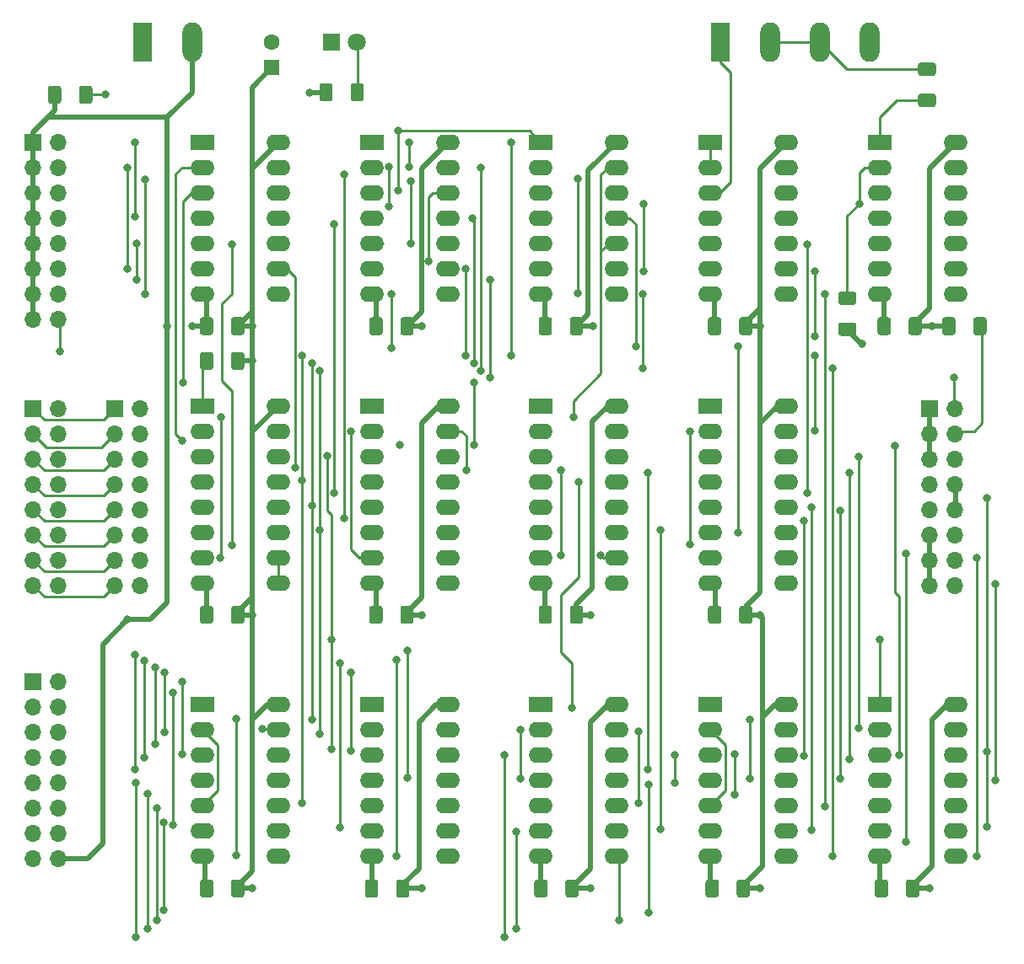
<source format=gbr>
%TF.GenerationSoftware,KiCad,Pcbnew,(5.1.9)-1*%
%TF.CreationDate,2022-02-24T19:51:08-05:00*%
%TF.ProjectId,exorcisortry2,65786f72-6369-4736-9f72-747279322e6b,rev?*%
%TF.SameCoordinates,Original*%
%TF.FileFunction,Copper,L1,Top*%
%TF.FilePolarity,Positive*%
%FSLAX46Y46*%
G04 Gerber Fmt 4.6, Leading zero omitted, Abs format (unit mm)*
G04 Created by KiCad (PCBNEW (5.1.9)-1) date 2022-02-24 19:51:08*
%MOMM*%
%LPD*%
G01*
G04 APERTURE LIST*
%TA.AperFunction,ComponentPad*%
%ADD10O,1.700000X1.700000*%
%TD*%
%TA.AperFunction,ComponentPad*%
%ADD11R,1.700000X1.700000*%
%TD*%
%TA.AperFunction,ComponentPad*%
%ADD12O,2.400000X1.600000*%
%TD*%
%TA.AperFunction,ComponentPad*%
%ADD13R,2.400000X1.600000*%
%TD*%
%TA.AperFunction,ComponentPad*%
%ADD14R,1.980000X3.960000*%
%TD*%
%TA.AperFunction,ComponentPad*%
%ADD15O,1.980000X3.960000*%
%TD*%
%TA.AperFunction,ComponentPad*%
%ADD16R,1.800000X1.800000*%
%TD*%
%TA.AperFunction,ComponentPad*%
%ADD17C,1.800000*%
%TD*%
%TA.AperFunction,ComponentPad*%
%ADD18C,1.600000*%
%TD*%
%TA.AperFunction,ComponentPad*%
%ADD19R,1.600000X1.600000*%
%TD*%
%TA.AperFunction,ViaPad*%
%ADD20C,0.800000*%
%TD*%
%TA.AperFunction,Conductor*%
%ADD21C,0.500000*%
%TD*%
%TA.AperFunction,Conductor*%
%ADD22C,0.250000*%
%TD*%
G04 APERTURE END LIST*
D10*
%TO.P,J3,16*%
%TO.N,Net-(J3-Pad16)*%
X144540000Y-90750000D03*
%TO.P,J3,15*%
%TO.N,Net-(J3-Pad15)*%
X144540000Y-93290000D03*
%TO.P,J3,14*%
%TO.N,Net-(J3-Pad14)*%
X144540000Y-95830000D03*
%TO.P,J3,13*%
%TO.N,GND*%
X144540000Y-98370000D03*
%TO.P,J3,12*%
X144540000Y-100910000D03*
%TO.P,J3,11*%
%TO.N,Net-(J3-Pad11)*%
X144540000Y-103450000D03*
%TO.P,J3,10*%
%TO.N,Net-(J3-Pad10)*%
X144540000Y-105990000D03*
%TO.P,J3,9*%
%TO.N,Net-(J3-Pad9)*%
X144540000Y-108530000D03*
%TO.P,J3,8*%
%TO.N,GND*%
X142000000Y-108530000D03*
%TO.P,J3,7*%
X142000000Y-105990000D03*
%TO.P,J3,6*%
X142000000Y-103450000D03*
%TO.P,J3,5*%
%TO.N,Net-(J3-Pad5)*%
X142000000Y-100910000D03*
%TO.P,J3,4*%
%TO.N,Net-(J3-Pad4)*%
X142000000Y-98370000D03*
%TO.P,J3,3*%
%TO.N,GND*%
X142000000Y-95830000D03*
%TO.P,J3,2*%
X142000000Y-93290000D03*
D11*
%TO.P,J3,1*%
X142000000Y-90750000D03*
%TD*%
D10*
%TO.P,J3,16*%
%TO.N,Net-(J3_2-Pad16)*%
X62790000Y-90750000D03*
%TO.P,J3,15*%
%TO.N,Net-(J3_2-Pad15)*%
X62790000Y-93290000D03*
%TO.P,J3,14*%
%TO.N,Net-(J3_2-Pad14)*%
X62790000Y-95830000D03*
%TO.P,J3,13*%
%TO.N,Net-(J3_2-Pad13)*%
X62790000Y-98370000D03*
%TO.P,J3,12*%
%TO.N,Net-(J3_2-Pad12)*%
X62790000Y-100910000D03*
%TO.P,J3,11*%
%TO.N,Net-(J3_2-Pad11)*%
X62790000Y-103450000D03*
%TO.P,J3,10*%
%TO.N,Net-(J3_2-Pad10)*%
X62790000Y-105990000D03*
%TO.P,J3,9*%
%TO.N,Net-(J3_2-Pad9)*%
X62790000Y-108530000D03*
%TO.P,J3,8*%
%TO.N,Net-(J3_2-Pad8)*%
X60250000Y-108530000D03*
%TO.P,J3,7*%
%TO.N,Net-(J3_2-Pad7)*%
X60250000Y-105990000D03*
%TO.P,J3,6*%
%TO.N,Net-(J3_2-Pad6)*%
X60250000Y-103450000D03*
%TO.P,J3,5*%
%TO.N,Net-(J3_2-Pad5)*%
X60250000Y-100910000D03*
%TO.P,J3,4*%
%TO.N,Net-(J3_2-Pad4)*%
X60250000Y-98370000D03*
%TO.P,J3,3*%
%TO.N,Net-(J3_2-Pad3)*%
X60250000Y-95830000D03*
%TO.P,J3,2*%
%TO.N,Net-(J3_2-Pad2)*%
X60250000Y-93290000D03*
D11*
%TO.P,J3,1*%
%TO.N,Net-(J3_2-Pad1)*%
X60250000Y-90750000D03*
%TD*%
%TO.P,C2,2*%
%TO.N,GND*%
%TA.AperFunction,SMDPad,CuDef*%
G36*
G01*
X54850000Y-58599998D02*
X54850000Y-59900002D01*
G75*
G02*
X54600002Y-60150000I-249998J0D01*
G01*
X53774998Y-60150000D01*
G75*
G02*
X53525000Y-59900002I0J249998D01*
G01*
X53525000Y-58599998D01*
G75*
G02*
X53774998Y-58350000I249998J0D01*
G01*
X54600002Y-58350000D01*
G75*
G02*
X54850000Y-58599998I0J-249998D01*
G01*
G37*
%TD.AperFunction*%
%TO.P,C2,1*%
%TO.N,Net-(C2-Pad1)*%
%TA.AperFunction,SMDPad,CuDef*%
G36*
G01*
X57975000Y-58599998D02*
X57975000Y-59900002D01*
G75*
G02*
X57725002Y-60150000I-249998J0D01*
G01*
X56899998Y-60150000D01*
G75*
G02*
X56650000Y-59900002I0J249998D01*
G01*
X56650000Y-58599998D01*
G75*
G02*
X56899998Y-58350000I249998J0D01*
G01*
X57725002Y-58350000D01*
G75*
G02*
X57975000Y-58599998I0J-249998D01*
G01*
G37*
%TD.AperFunction*%
%TD*%
%TO.P,C6,2*%
%TO.N,GND*%
%TA.AperFunction,SMDPad,CuDef*%
G36*
G01*
X104100000Y-81849998D02*
X104100000Y-83150002D01*
G75*
G02*
X103850002Y-83400000I-249998J0D01*
G01*
X103024998Y-83400000D01*
G75*
G02*
X102775000Y-83150002I0J249998D01*
G01*
X102775000Y-81849998D01*
G75*
G02*
X103024998Y-81600000I249998J0D01*
G01*
X103850002Y-81600000D01*
G75*
G02*
X104100000Y-81849998I0J-249998D01*
G01*
G37*
%TD.AperFunction*%
%TO.P,C6,1*%
%TO.N,+5V*%
%TA.AperFunction,SMDPad,CuDef*%
G36*
G01*
X107225000Y-81849998D02*
X107225000Y-83150002D01*
G75*
G02*
X106975002Y-83400000I-249998J0D01*
G01*
X106149998Y-83400000D01*
G75*
G02*
X105900000Y-83150002I0J249998D01*
G01*
X105900000Y-81849998D01*
G75*
G02*
X106149998Y-81600000I249998J0D01*
G01*
X106975002Y-81600000D01*
G75*
G02*
X107225000Y-81849998I0J-249998D01*
G01*
G37*
%TD.AperFunction*%
%TD*%
D12*
%TO.P,UB5,16*%
%TO.N,+5V*%
X127620000Y-90500000D03*
%TO.P,UB5,8*%
%TO.N,GND*%
X120000000Y-108280000D03*
%TO.P,UB5,15*%
%TO.N,Net-(UB5-Pad15)*%
X127620000Y-93040000D03*
%TO.P,UB5,7*%
%TO.N,Net-(UB2-Pad15)*%
X120000000Y-105740000D03*
%TO.P,UB5,14*%
%TO.N,Net-(UA3-Pad12)*%
X127620000Y-95580000D03*
%TO.P,UB5,6*%
%TO.N,Net-(UB5-Pad6)*%
X120000000Y-103200000D03*
%TO.P,UB5,13*%
%TO.N,Net-(UA2-Pad12)*%
X127620000Y-98120000D03*
%TO.P,UB5,5*%
%TO.N,Net-(UB5-Pad5)*%
X120000000Y-100660000D03*
%TO.P,UB5,12*%
%TO.N,Net-(UA5-Pad9)*%
X127620000Y-100660000D03*
%TO.P,UB5,4*%
%TO.N,Net-(UB5-Pad4)*%
X120000000Y-98120000D03*
%TO.P,UB5,11*%
%TO.N,Net-(UB5-Pad11)*%
X127620000Y-103200000D03*
%TO.P,UB5,3*%
%TO.N,Net-(UB5-Pad3)*%
X120000000Y-95580000D03*
%TO.P,UB5,10*%
%TO.N,Net-(UB4-Pad15)*%
X127620000Y-105740000D03*
%TO.P,UB5,2*%
%TO.N,Net-(UB2-Pad2)*%
X120000000Y-93040000D03*
%TO.P,UB5,9*%
%TO.N,Net-(R2-Pad1)*%
X127620000Y-108280000D03*
D13*
%TO.P,UB5,1*%
X120000000Y-90500000D03*
%TD*%
D14*
%TO.P,J5,1*%
%TO.N,Net-(J5-Pad1)*%
X121000000Y-54000000D03*
D15*
%TO.P,J5,2*%
%TO.N,Net-(J5-Pad2)*%
X126000000Y-54000000D03*
%TO.P,J5,4*%
%TO.N,GND*%
X136000000Y-54000000D03*
%TO.P,J5,3*%
%TO.N,Net-(J5-Pad2)*%
X131000000Y-54000000D03*
%TD*%
D14*
%TO.P,J4,1*%
%TO.N,+5V*%
X63000000Y-54000000D03*
D15*
%TO.P,J4,2*%
%TO.N,GND*%
X68000000Y-54000000D03*
%TD*%
D10*
%TO.P,J2,16*%
%TO.N,Net-(J2-Pad16)*%
X54540000Y-118220000D03*
%TO.P,J2,15*%
%TO.N,Net-(J2-Pad15)*%
X54540000Y-120760000D03*
%TO.P,J2,14*%
%TO.N,Net-(J2-Pad14)*%
X54540000Y-123300000D03*
%TO.P,J2,13*%
%TO.N,Net-(J2-Pad13)*%
X54540000Y-125840000D03*
%TO.P,J2,12*%
%TO.N,Net-(J2-Pad12)*%
X54540000Y-128380000D03*
%TO.P,J2,11*%
%TO.N,Net-(J2-Pad11)*%
X54540000Y-130920000D03*
%TO.P,J2,10*%
%TO.N,GND*%
X54540000Y-133460000D03*
%TO.P,J2,9*%
X54540000Y-136000000D03*
%TO.P,J2,8*%
X52000000Y-136000000D03*
%TO.P,J2,7*%
X52000000Y-133460000D03*
%TO.P,J2,6*%
%TO.N,Net-(J2-Pad6)*%
X52000000Y-130920000D03*
%TO.P,J2,5*%
%TO.N,Net-(J2-Pad5)*%
X52000000Y-128380000D03*
%TO.P,J2,4*%
%TO.N,Net-(J2-Pad4)*%
X52000000Y-125840000D03*
%TO.P,J2,3*%
%TO.N,Net-(J2-Pad3)*%
X52000000Y-123300000D03*
%TO.P,J2,2*%
%TO.N,Net-(J2-Pad2)*%
X52000000Y-120760000D03*
D11*
%TO.P,J2,1*%
%TO.N,Net-(J2-Pad1)*%
X52000000Y-118220000D03*
%TD*%
D10*
%TO.P,J3,16*%
%TO.N,Net-(J3_2-Pad16)*%
X54540000Y-90750000D03*
%TO.P,J3,15*%
%TO.N,Net-(J3_2-Pad15)*%
X54540000Y-93290000D03*
%TO.P,J3,14*%
%TO.N,Net-(J3_2-Pad14)*%
X54540000Y-95830000D03*
%TO.P,J3,13*%
%TO.N,Net-(J3_2-Pad13)*%
X54540000Y-98370000D03*
%TO.P,J3,12*%
%TO.N,Net-(J3_2-Pad12)*%
X54540000Y-100910000D03*
%TO.P,J3,11*%
%TO.N,Net-(J3_2-Pad11)*%
X54540000Y-103450000D03*
%TO.P,J3,10*%
%TO.N,Net-(J3_2-Pad10)*%
X54540000Y-105990000D03*
%TO.P,J3,9*%
%TO.N,Net-(J3_2-Pad9)*%
X54540000Y-108530000D03*
%TO.P,J3,8*%
%TO.N,Net-(J3_2-Pad8)*%
X52000000Y-108530000D03*
%TO.P,J3,7*%
%TO.N,Net-(J3_2-Pad7)*%
X52000000Y-105990000D03*
%TO.P,J3,6*%
%TO.N,Net-(J3_2-Pad6)*%
X52000000Y-103450000D03*
%TO.P,J3,5*%
%TO.N,Net-(J3_2-Pad5)*%
X52000000Y-100910000D03*
%TO.P,J3,4*%
%TO.N,Net-(J3_2-Pad4)*%
X52000000Y-98370000D03*
%TO.P,J3,3*%
%TO.N,Net-(J3_2-Pad3)*%
X52000000Y-95830000D03*
%TO.P,J3,2*%
%TO.N,Net-(J3_2-Pad2)*%
X52000000Y-93290000D03*
D11*
%TO.P,J3,1*%
%TO.N,Net-(J3_2-Pad1)*%
X52000000Y-90750000D03*
%TD*%
D10*
%TO.P,J1,16*%
%TO.N,Net-(J1-Pad16)*%
X54540000Y-64000000D03*
%TO.P,J1,15*%
%TO.N,Net-(J1-Pad15)*%
X54540000Y-66540000D03*
%TO.P,J1,14*%
%TO.N,Net-(J1-Pad14)*%
X54540000Y-69080000D03*
%TO.P,J1,13*%
%TO.N,Net-(J1-Pad13)*%
X54540000Y-71620000D03*
%TO.P,J1,12*%
%TO.N,Net-(J1-Pad12)*%
X54540000Y-74160000D03*
%TO.P,J1,11*%
%TO.N,Net-(J1-Pad11)*%
X54540000Y-76700000D03*
%TO.P,J1,10*%
%TO.N,Net-(J1-Pad10)*%
X54540000Y-79240000D03*
%TO.P,J1,9*%
%TO.N,Net-(J1-Pad9)*%
X54540000Y-81780000D03*
%TO.P,J1,8*%
%TO.N,GND*%
X52000000Y-81780000D03*
%TO.P,J1,7*%
X52000000Y-79240000D03*
%TO.P,J1,6*%
X52000000Y-76700000D03*
%TO.P,J1,5*%
X52000000Y-74160000D03*
%TO.P,J1,4*%
X52000000Y-71620000D03*
%TO.P,J1,3*%
X52000000Y-69080000D03*
%TO.P,J1,2*%
X52000000Y-66540000D03*
D11*
%TO.P,J1,1*%
X52000000Y-64000000D03*
%TD*%
D12*
%TO.P,UB3,16*%
%TO.N,+5V*%
X93620000Y-90500000D03*
%TO.P,UB3,8*%
%TO.N,GND*%
X86000000Y-108280000D03*
%TO.P,UB3,15*%
%TO.N,Net-(UB3-Pad15)*%
X93620000Y-93040000D03*
%TO.P,UB3,7*%
%TO.N,Net-(UB2-Pad15)*%
X86000000Y-105740000D03*
%TO.P,UB3,14*%
%TO.N,Net-(UB3-Pad14)*%
X93620000Y-95580000D03*
%TO.P,UB3,6*%
%TO.N,Net-(UB3-Pad6)*%
X86000000Y-103200000D03*
%TO.P,UB3,13*%
%TO.N,Net-(UB3-Pad13)*%
X93620000Y-98120000D03*
%TO.P,UB3,5*%
%TO.N,Net-(UB3-Pad5)*%
X86000000Y-100660000D03*
%TO.P,UB3,12*%
%TO.N,Net-(UB3-Pad12)*%
X93620000Y-100660000D03*
%TO.P,UB3,4*%
%TO.N,Net-(UB3-Pad4)*%
X86000000Y-98120000D03*
%TO.P,UB3,11*%
%TO.N,Net-(UB3-Pad11)*%
X93620000Y-103200000D03*
%TO.P,UB3,3*%
%TO.N,Net-(UB3-Pad3)*%
X86000000Y-95580000D03*
%TO.P,UB3,10*%
%TO.N,Net-(UB2-Pad15)*%
X93620000Y-105740000D03*
%TO.P,UB3,2*%
%TO.N,Net-(UB2-Pad2)*%
X86000000Y-93040000D03*
%TO.P,UB3,9*%
%TO.N,Net-(R2-Pad1)*%
X93620000Y-108280000D03*
D13*
%TO.P,UB3,1*%
X86000000Y-90500000D03*
%TD*%
%TO.P,C17,2*%
%TO.N,GND*%
%TA.AperFunction,SMDPad,CuDef*%
G36*
G01*
X137850000Y-138349998D02*
X137850000Y-139650002D01*
G75*
G02*
X137600002Y-139900000I-249998J0D01*
G01*
X136774998Y-139900000D01*
G75*
G02*
X136525000Y-139650002I0J249998D01*
G01*
X136525000Y-138349998D01*
G75*
G02*
X136774998Y-138100000I249998J0D01*
G01*
X137600002Y-138100000D01*
G75*
G02*
X137850000Y-138349998I0J-249998D01*
G01*
G37*
%TD.AperFunction*%
%TO.P,C17,1*%
%TO.N,+5V*%
%TA.AperFunction,SMDPad,CuDef*%
G36*
G01*
X140975000Y-138349998D02*
X140975000Y-139650002D01*
G75*
G02*
X140725002Y-139900000I-249998J0D01*
G01*
X139899998Y-139900000D01*
G75*
G02*
X139650000Y-139650002I0J249998D01*
G01*
X139650000Y-138349998D01*
G75*
G02*
X139899998Y-138100000I249998J0D01*
G01*
X140725002Y-138100000D01*
G75*
G02*
X140975000Y-138349998I0J-249998D01*
G01*
G37*
%TD.AperFunction*%
%TD*%
%TO.P,C16,2*%
%TO.N,GND*%
%TA.AperFunction,SMDPad,CuDef*%
G36*
G01*
X120850000Y-138349998D02*
X120850000Y-139650002D01*
G75*
G02*
X120600002Y-139900000I-249998J0D01*
G01*
X119774998Y-139900000D01*
G75*
G02*
X119525000Y-139650002I0J249998D01*
G01*
X119525000Y-138349998D01*
G75*
G02*
X119774998Y-138100000I249998J0D01*
G01*
X120600002Y-138100000D01*
G75*
G02*
X120850000Y-138349998I0J-249998D01*
G01*
G37*
%TD.AperFunction*%
%TO.P,C16,1*%
%TO.N,+5V*%
%TA.AperFunction,SMDPad,CuDef*%
G36*
G01*
X123975000Y-138349998D02*
X123975000Y-139650002D01*
G75*
G02*
X123725002Y-139900000I-249998J0D01*
G01*
X122899998Y-139900000D01*
G75*
G02*
X122650000Y-139650002I0J249998D01*
G01*
X122650000Y-138349998D01*
G75*
G02*
X122899998Y-138100000I249998J0D01*
G01*
X123725002Y-138100000D01*
G75*
G02*
X123975000Y-138349998I0J-249998D01*
G01*
G37*
%TD.AperFunction*%
%TD*%
%TO.P,C15,2*%
%TO.N,GND*%
%TA.AperFunction,SMDPad,CuDef*%
G36*
G01*
X103662500Y-138349998D02*
X103662500Y-139650002D01*
G75*
G02*
X103412502Y-139900000I-249998J0D01*
G01*
X102587498Y-139900000D01*
G75*
G02*
X102337500Y-139650002I0J249998D01*
G01*
X102337500Y-138349998D01*
G75*
G02*
X102587498Y-138100000I249998J0D01*
G01*
X103412502Y-138100000D01*
G75*
G02*
X103662500Y-138349998I0J-249998D01*
G01*
G37*
%TD.AperFunction*%
%TO.P,C15,1*%
%TO.N,+5V*%
%TA.AperFunction,SMDPad,CuDef*%
G36*
G01*
X106787500Y-138349998D02*
X106787500Y-139650002D01*
G75*
G02*
X106537502Y-139900000I-249998J0D01*
G01*
X105712498Y-139900000D01*
G75*
G02*
X105462500Y-139650002I0J249998D01*
G01*
X105462500Y-138349998D01*
G75*
G02*
X105712498Y-138100000I249998J0D01*
G01*
X106537502Y-138100000D01*
G75*
G02*
X106787500Y-138349998I0J-249998D01*
G01*
G37*
%TD.AperFunction*%
%TD*%
%TO.P,C14,2*%
%TO.N,GND*%
%TA.AperFunction,SMDPad,CuDef*%
G36*
G01*
X86662500Y-138349998D02*
X86662500Y-139650002D01*
G75*
G02*
X86412502Y-139900000I-249998J0D01*
G01*
X85587498Y-139900000D01*
G75*
G02*
X85337500Y-139650002I0J249998D01*
G01*
X85337500Y-138349998D01*
G75*
G02*
X85587498Y-138100000I249998J0D01*
G01*
X86412502Y-138100000D01*
G75*
G02*
X86662500Y-138349998I0J-249998D01*
G01*
G37*
%TD.AperFunction*%
%TO.P,C14,1*%
%TO.N,+5V*%
%TA.AperFunction,SMDPad,CuDef*%
G36*
G01*
X89787500Y-138349998D02*
X89787500Y-139650002D01*
G75*
G02*
X89537502Y-139900000I-249998J0D01*
G01*
X88712498Y-139900000D01*
G75*
G02*
X88462500Y-139650002I0J249998D01*
G01*
X88462500Y-138349998D01*
G75*
G02*
X88712498Y-138100000I249998J0D01*
G01*
X89537502Y-138100000D01*
G75*
G02*
X89787500Y-138349998I0J-249998D01*
G01*
G37*
%TD.AperFunction*%
%TD*%
D12*
%TO.P,UA5,14*%
%TO.N,+5V*%
X127620000Y-120500000D03*
%TO.P,UA5,7*%
%TO.N,GND*%
X120000000Y-135740000D03*
%TO.P,UA5,13*%
%TO.N,Net-(UA4-Pad10)*%
X127620000Y-123040000D03*
%TO.P,UA5,6*%
%TO.N,Net-(J3-Pad11)*%
X120000000Y-133200000D03*
%TO.P,UA5,12*%
%TO.N,Net-(UA2-Pad4)*%
X127620000Y-125580000D03*
%TO.P,UA5,5*%
%TO.N,Net-(UA3-Pad10)*%
X120000000Y-130660000D03*
%TO.P,UA5,11*%
%TO.N,Net-(J3-Pad5)*%
X127620000Y-128120000D03*
%TO.P,UA5,4*%
%TO.N,Net-(UA3-Pad12)*%
X120000000Y-128120000D03*
%TO.P,UA5,10*%
%TO.N,Net-(UA5-Pad10)*%
X127620000Y-130660000D03*
%TO.P,UA5,3*%
%TO.N,Net-(J3-Pad4)*%
X120000000Y-125580000D03*
%TO.P,UA5,9*%
%TO.N,Net-(UA5-Pad9)*%
X127620000Y-133200000D03*
%TO.P,UA5,2*%
%TO.N,Net-(UA3-Pad10)*%
X120000000Y-123040000D03*
%TO.P,UA5,8*%
%TO.N,Net-(UA5-Pad8)*%
X127620000Y-135740000D03*
D13*
%TO.P,UA5,1*%
%TO.N,Net-(UA2-Pad1)*%
X120000000Y-120500000D03*
%TD*%
D12*
%TO.P,UC6,14*%
%TO.N,+5V*%
X144620000Y-64000000D03*
%TO.P,UC6,7*%
%TO.N,GND*%
X137000000Y-79240000D03*
%TO.P,UC6,13*%
%TO.N,N/C*%
X144620000Y-66540000D03*
%TO.P,UC6,6*%
X137000000Y-76700000D03*
%TO.P,UC6,12*%
X144620000Y-69080000D03*
%TO.P,UC6,5*%
X137000000Y-74160000D03*
%TO.P,UC6,11*%
X144620000Y-71620000D03*
%TO.P,UC6,4*%
X137000000Y-71620000D03*
%TO.P,UC6,10*%
X144620000Y-74160000D03*
%TO.P,UC6,3*%
X137000000Y-69080000D03*
%TO.P,UC6,9*%
X144620000Y-76700000D03*
%TO.P,UC6,2*%
%TO.N,Net-(R1-Pad2)*%
X137000000Y-66540000D03*
%TO.P,UC6,8*%
%TO.N,N/C*%
X144620000Y-79240000D03*
D13*
%TO.P,UC6,1*%
%TO.N,Net-(C2-Pad1)*%
X137000000Y-64000000D03*
%TD*%
D12*
%TO.P,UC5,14*%
%TO.N,+5V*%
X127620000Y-64000000D03*
%TO.P,UC5,7*%
%TO.N,GND*%
X120000000Y-79240000D03*
%TO.P,UC5,13*%
%TO.N,N/C*%
X127620000Y-66540000D03*
%TO.P,UC5,6*%
X120000000Y-76700000D03*
%TO.P,UC5,12*%
X127620000Y-69080000D03*
%TO.P,UC5,5*%
X120000000Y-74160000D03*
%TO.P,UC5,11*%
X127620000Y-71620000D03*
%TO.P,UC5,4*%
X120000000Y-71620000D03*
%TO.P,UC5,10*%
%TO.N,Net-(UB3-Pad13)*%
X127620000Y-74160000D03*
%TO.P,UC5,3*%
%TO.N,Net-(J5-Pad1)*%
X120000000Y-69080000D03*
%TO.P,UC5,9*%
%TO.N,Net-(UB5-Pad11)*%
X127620000Y-76700000D03*
%TO.P,UC5,2*%
%TO.N,Net-(UC4-Pad3)*%
X120000000Y-66540000D03*
%TO.P,UC5,8*%
%TO.N,Net-(UA5-Pad10)*%
X127620000Y-79240000D03*
D13*
%TO.P,UC5,1*%
%TO.N,Net-(UC4-Pad3)*%
X120000000Y-64000000D03*
%TD*%
D12*
%TO.P,UC4,14*%
%TO.N,+5V*%
X110620000Y-64000000D03*
%TO.P,UC4,7*%
%TO.N,GND*%
X103000000Y-79240000D03*
%TO.P,UC4,13*%
%TO.N,Net-(R2-Pad1)*%
X110620000Y-66540000D03*
%TO.P,UC4,6*%
%TO.N,Net-(UC4-Pad6)*%
X103000000Y-76700000D03*
%TO.P,UC4,12*%
%TO.N,Net-(R1-Pad2)*%
X110620000Y-69080000D03*
%TO.P,UC4,5*%
%TO.N,Net-(UC2-Pad5)*%
X103000000Y-74160000D03*
%TO.P,UC4,11*%
%TO.N,Net-(UC2-Pad2)*%
X110620000Y-71620000D03*
%TO.P,UC4,4*%
%TO.N,Net-(UC2-Pad4)*%
X103000000Y-71620000D03*
%TO.P,UC4,10*%
%TO.N,Net-(R2-Pad1)*%
X110620000Y-74160000D03*
%TO.P,UC4,3*%
%TO.N,Net-(UC4-Pad3)*%
X103000000Y-69080000D03*
%TO.P,UC4,9*%
%TO.N,Net-(R1-Pad2)*%
X110620000Y-76700000D03*
%TO.P,UC4,2*%
%TO.N,Net-(UC4-Pad2)*%
X103000000Y-66540000D03*
%TO.P,UC4,8*%
%TO.N,Net-(UA5-Pad8)*%
X110620000Y-79240000D03*
D13*
%TO.P,UC4,1*%
%TO.N,Net-(UB5-Pad15)*%
X103000000Y-64000000D03*
%TD*%
D12*
%TO.P,UC3,14*%
%TO.N,+5V*%
X76620000Y-64000000D03*
%TO.P,UC3,7*%
%TO.N,GND*%
X69000000Y-79240000D03*
%TO.P,UC3,13*%
%TO.N,Net-(UB3-Pad12)*%
X76620000Y-66540000D03*
%TO.P,UC3,6*%
%TO.N,Net-(J1-Pad15)*%
X69000000Y-76700000D03*
%TO.P,UC3,12*%
%TO.N,Net-(J1-Pad14)*%
X76620000Y-69080000D03*
%TO.P,UC3,5*%
%TO.N,Net-(UB3-Pad11)*%
X69000000Y-74160000D03*
%TO.P,UC3,11*%
%TO.N,Net-(UB3-Pad13)*%
X76620000Y-71620000D03*
%TO.P,UC3,4*%
%TO.N,Net-(J1-Pad16)*%
X69000000Y-71620000D03*
%TO.P,UC3,10*%
%TO.N,Net-(J1-Pad13)*%
X76620000Y-74160000D03*
%TO.P,UC3,3*%
%TO.N,Net-(UB4-Pad14)*%
X69000000Y-69080000D03*
%TO.P,UC3,9*%
%TO.N,Net-(UB3-Pad14)*%
X76620000Y-76700000D03*
%TO.P,UC3,2*%
%TO.N,Net-(UB2-Pad2)*%
X69000000Y-66540000D03*
%TO.P,UC3,8*%
%TO.N,Net-(J1-Pad12)*%
X76620000Y-79240000D03*
D13*
%TO.P,UC3,1*%
%TO.N,Net-(C2-Pad1)*%
X69000000Y-64000000D03*
%TD*%
D12*
%TO.P,UC2,14*%
%TO.N,+5V*%
X93620000Y-64000000D03*
%TO.P,UC2,7*%
%TO.N,GND*%
X86000000Y-79240000D03*
%TO.P,UC2,13*%
%TO.N,Net-(UA3-Pad13)*%
X93620000Y-66540000D03*
%TO.P,UC2,6*%
%TO.N,Net-(J3-Pad16)*%
X86000000Y-76700000D03*
%TO.P,UC2,12*%
%TO.N,Net-(J1-Pad11)*%
X93620000Y-69080000D03*
%TO.P,UC2,5*%
%TO.N,Net-(UC2-Pad5)*%
X86000000Y-74160000D03*
%TO.P,UC2,11*%
%TO.N,Net-(UA4-Pad10)*%
X93620000Y-71620000D03*
%TO.P,UC2,4*%
%TO.N,Net-(UC2-Pad4)*%
X86000000Y-71620000D03*
%TO.P,UC2,10*%
%TO.N,Net-(J1-Pad10)*%
X93620000Y-74160000D03*
%TO.P,UC2,3*%
%TO.N,Net-(UB5-Pad15)*%
X86000000Y-69080000D03*
%TO.P,UC2,9*%
%TO.N,Net-(UA3-Pad10)*%
X93620000Y-76700000D03*
%TO.P,UC2,2*%
%TO.N,Net-(UC2-Pad2)*%
X86000000Y-66540000D03*
%TO.P,UC2,8*%
%TO.N,Net-(J1-Pad9)*%
X93620000Y-79240000D03*
D13*
%TO.P,UC2,1*%
%TO.N,Net-(UA5-Pad8)*%
X86000000Y-64000000D03*
%TD*%
D12*
%TO.P,UB4,16*%
%TO.N,+5V*%
X110620000Y-90500000D03*
%TO.P,UB4,8*%
%TO.N,GND*%
X103000000Y-108280000D03*
%TO.P,UB4,15*%
%TO.N,Net-(UB4-Pad15)*%
X110620000Y-93040000D03*
%TO.P,UB4,7*%
%TO.N,Net-(UB2-Pad15)*%
X103000000Y-105740000D03*
%TO.P,UB4,14*%
%TO.N,Net-(UB4-Pad14)*%
X110620000Y-95580000D03*
%TO.P,UB4,6*%
%TO.N,Net-(UB4-Pad6)*%
X103000000Y-103200000D03*
%TO.P,UB4,13*%
%TO.N,Net-(UA2-Pad1)*%
X110620000Y-98120000D03*
%TO.P,UB4,5*%
%TO.N,Net-(UB4-Pad5)*%
X103000000Y-100660000D03*
%TO.P,UB4,12*%
%TO.N,Net-(UA2-Pad4)*%
X110620000Y-100660000D03*
%TO.P,UB4,4*%
%TO.N,Net-(UB4-Pad4)*%
X103000000Y-98120000D03*
%TO.P,UB4,11*%
%TO.N,Net-(UA2-Pad9)*%
X110620000Y-103200000D03*
%TO.P,UB4,3*%
%TO.N,Net-(UB4-Pad3)*%
X103000000Y-95580000D03*
%TO.P,UB4,10*%
%TO.N,Net-(UB3-Pad15)*%
X110620000Y-105740000D03*
%TO.P,UB4,2*%
%TO.N,Net-(UB2-Pad2)*%
X103000000Y-93040000D03*
%TO.P,UB4,9*%
%TO.N,Net-(R2-Pad1)*%
X110620000Y-108280000D03*
D13*
%TO.P,UB4,1*%
X103000000Y-90500000D03*
%TD*%
D12*
%TO.P,UB2,16*%
%TO.N,+5V*%
X76620000Y-90500000D03*
%TO.P,UB2,8*%
%TO.N,GND*%
X69000000Y-108280000D03*
%TO.P,UB2,15*%
%TO.N,Net-(UB2-Pad15)*%
X76620000Y-93040000D03*
%TO.P,UB2,7*%
%TO.N,Net-(R2-Pad1)*%
X69000000Y-105740000D03*
%TO.P,UB2,14*%
%TO.N,Net-(UA2-Pad10)*%
X76620000Y-95580000D03*
%TO.P,UB2,6*%
%TO.N,Net-(UB2-Pad6)*%
X69000000Y-103200000D03*
%TO.P,UB2,13*%
%TO.N,Net-(UA3-Pad10)*%
X76620000Y-98120000D03*
%TO.P,UB2,5*%
%TO.N,Net-(UB2-Pad5)*%
X69000000Y-100660000D03*
%TO.P,UB2,12*%
%TO.N,Net-(UA4-Pad10)*%
X76620000Y-100660000D03*
%TO.P,UB2,4*%
%TO.N,Net-(UB2-Pad4)*%
X69000000Y-98120000D03*
%TO.P,UB2,11*%
%TO.N,Net-(UA3-Pad13)*%
X76620000Y-103200000D03*
%TO.P,UB2,3*%
%TO.N,Net-(UB2-Pad3)*%
X69000000Y-95580000D03*
%TO.P,UB2,10*%
%TO.N,Net-(R2-Pad1)*%
X76620000Y-105740000D03*
%TO.P,UB2,2*%
%TO.N,Net-(UB2-Pad2)*%
X69000000Y-93040000D03*
%TO.P,UB2,9*%
%TO.N,Net-(R2-Pad1)*%
X76620000Y-108280000D03*
D13*
%TO.P,UB2,1*%
X69000000Y-90500000D03*
%TD*%
%TO.P,UA6,1*%
%TO.N,Net-(UA2-Pad10)*%
X137000000Y-120500000D03*
D12*
%TO.P,UA6,8*%
%TO.N,Net-(J3-Pad10)*%
X144620000Y-135740000D03*
%TO.P,UA6,2*%
%TO.N,Net-(UA3-Pad12)*%
X137000000Y-123040000D03*
%TO.P,UA6,9*%
%TO.N,Net-(UA2-Pad12)*%
X144620000Y-133200000D03*
%TO.P,UA6,3*%
%TO.N,Net-(J3-Pad14)*%
X137000000Y-125580000D03*
%TO.P,UA6,10*%
%TO.N,Net-(UA3-Pad10)*%
X144620000Y-130660000D03*
%TO.P,UA6,4*%
%TO.N,N/C*%
X137000000Y-128120000D03*
%TO.P,UA6,11*%
%TO.N,Net-(J3-Pad9)*%
X144620000Y-128120000D03*
%TO.P,UA6,5*%
%TO.N,N/C*%
X137000000Y-130660000D03*
%TO.P,UA6,12*%
%TO.N,Net-(UA2-Pad12)*%
X144620000Y-125580000D03*
%TO.P,UA6,6*%
%TO.N,N/C*%
X137000000Y-133200000D03*
%TO.P,UA6,13*%
%TO.N,Net-(UA4-Pad10)*%
X144620000Y-123040000D03*
%TO.P,UA6,7*%
%TO.N,GND*%
X137000000Y-135740000D03*
%TO.P,UA6,14*%
%TO.N,+5V*%
X144620000Y-120500000D03*
%TD*%
%TO.P,UA4,14*%
%TO.N,+5V*%
X110620000Y-120500000D03*
%TO.P,UA4,7*%
%TO.N,GND*%
X103000000Y-135740000D03*
%TO.P,UA4,13*%
%TO.N,Net-(UA4-Pad10)*%
X110620000Y-123040000D03*
%TO.P,UA4,6*%
%TO.N,Net-(J2-Pad5)*%
X103000000Y-133200000D03*
%TO.P,UA4,12*%
%TO.N,Net-(UA3-Pad12)*%
X110620000Y-125580000D03*
%TO.P,UA4,5*%
%TO.N,Net-(UA2-Pad4)*%
X103000000Y-130660000D03*
%TO.P,UA4,11*%
%TO.N,Net-(J2-Pad6)*%
X110620000Y-128120000D03*
%TO.P,UA4,4*%
%TO.N,Net-(UA3-Pad13)*%
X103000000Y-128120000D03*
%TO.P,UA4,10*%
%TO.N,Net-(UA4-Pad10)*%
X110620000Y-130660000D03*
%TO.P,UA4,3*%
%TO.N,Net-(J2-Pad12)*%
X103000000Y-125580000D03*
%TO.P,UA4,9*%
%TO.N,Net-(UA2-Pad9)*%
X110620000Y-133200000D03*
%TO.P,UA4,2*%
%TO.N,Net-(UA4-Pad10)*%
X103000000Y-123040000D03*
%TO.P,UA4,8*%
%TO.N,Net-(J2-Pad11)*%
X110620000Y-135740000D03*
D13*
%TO.P,UA4,1*%
%TO.N,Net-(UA2-Pad1)*%
X103000000Y-120500000D03*
%TD*%
D12*
%TO.P,UA3,14*%
%TO.N,+5V*%
X93620000Y-120500000D03*
%TO.P,UA3,7*%
%TO.N,GND*%
X86000000Y-135740000D03*
%TO.P,UA3,13*%
%TO.N,Net-(UA3-Pad13)*%
X93620000Y-123040000D03*
%TO.P,UA3,6*%
%TO.N,Net-(J2-Pad3)*%
X86000000Y-133200000D03*
%TO.P,UA3,12*%
%TO.N,Net-(UA3-Pad12)*%
X93620000Y-125580000D03*
%TO.P,UA3,5*%
%TO.N,Net-(UA3-Pad10)*%
X86000000Y-130660000D03*
%TO.P,UA3,11*%
%TO.N,Net-(J2-Pad4)*%
X93620000Y-128120000D03*
%TO.P,UA3,4*%
%TO.N,Net-(UA2-Pad4)*%
X86000000Y-128120000D03*
%TO.P,UA3,10*%
%TO.N,Net-(UA3-Pad10)*%
X93620000Y-130660000D03*
%TO.P,UA3,3*%
%TO.N,Net-(J2-Pad14)*%
X86000000Y-125580000D03*
%TO.P,UA3,9*%
%TO.N,Net-(UA2-Pad9)*%
X93620000Y-133200000D03*
%TO.P,UA3,2*%
%TO.N,Net-(UA3-Pad13)*%
X86000000Y-123040000D03*
%TO.P,UA3,8*%
%TO.N,Net-(J2-Pad13)*%
X93620000Y-135740000D03*
D13*
%TO.P,UA3,1*%
%TO.N,Net-(UA2-Pad1)*%
X86000000Y-120500000D03*
%TD*%
D12*
%TO.P,UA2,14*%
%TO.N,+5V*%
X76620000Y-120500000D03*
%TO.P,UA2,7*%
%TO.N,GND*%
X69000000Y-135740000D03*
%TO.P,UA2,13*%
%TO.N,Net-(UA2-Pad10)*%
X76620000Y-123040000D03*
%TO.P,UA2,6*%
%TO.N,Net-(J2-Pad1)*%
X69000000Y-133200000D03*
%TO.P,UA2,12*%
%TO.N,Net-(UA2-Pad12)*%
X76620000Y-125580000D03*
%TO.P,UA2,5*%
%TO.N,Net-(UA2-Pad10)*%
X69000000Y-130660000D03*
%TO.P,UA2,11*%
%TO.N,Net-(J2-Pad2)*%
X76620000Y-128120000D03*
%TO.P,UA2,4*%
%TO.N,Net-(UA2-Pad4)*%
X69000000Y-128120000D03*
%TO.P,UA2,10*%
%TO.N,Net-(UA2-Pad10)*%
X76620000Y-130660000D03*
%TO.P,UA2,3*%
%TO.N,Net-(J2-Pad16)*%
X69000000Y-125580000D03*
%TO.P,UA2,9*%
%TO.N,Net-(UA2-Pad9)*%
X76620000Y-133200000D03*
%TO.P,UA2,2*%
%TO.N,Net-(UA2-Pad10)*%
X69000000Y-123040000D03*
%TO.P,UA2,8*%
%TO.N,Net-(J2-Pad15)*%
X76620000Y-135740000D03*
D13*
%TO.P,UA2,1*%
%TO.N,Net-(UA2-Pad1)*%
X69000000Y-120500000D03*
%TD*%
%TO.P,R5,1*%
%TO.N,+5V*%
%TA.AperFunction,SMDPad,CuDef*%
G36*
G01*
X80775000Y-59650002D02*
X80775000Y-58349998D01*
G75*
G02*
X81024998Y-58100000I249998J0D01*
G01*
X81850002Y-58100000D01*
G75*
G02*
X82100000Y-58349998I0J-249998D01*
G01*
X82100000Y-59650002D01*
G75*
G02*
X81850002Y-59900000I-249998J0D01*
G01*
X81024998Y-59900000D01*
G75*
G02*
X80775000Y-59650002I0J249998D01*
G01*
G37*
%TD.AperFunction*%
%TO.P,R5,2*%
%TO.N,Net-(D1-Pad2)*%
%TA.AperFunction,SMDPad,CuDef*%
G36*
G01*
X83900000Y-59650002D02*
X83900000Y-58349998D01*
G75*
G02*
X84149998Y-58100000I249998J0D01*
G01*
X84975002Y-58100000D01*
G75*
G02*
X85225000Y-58349998I0J-249998D01*
G01*
X85225000Y-59650002D01*
G75*
G02*
X84975002Y-59900000I-249998J0D01*
G01*
X84149998Y-59900000D01*
G75*
G02*
X83900000Y-59650002I0J249998D01*
G01*
G37*
%TD.AperFunction*%
%TD*%
%TO.P,R4,1*%
%TO.N,+5V*%
%TA.AperFunction,SMDPad,CuDef*%
G36*
G01*
X143275000Y-83150002D02*
X143275000Y-81849998D01*
G75*
G02*
X143524998Y-81600000I249998J0D01*
G01*
X144350002Y-81600000D01*
G75*
G02*
X144600000Y-81849998I0J-249998D01*
G01*
X144600000Y-83150002D01*
G75*
G02*
X144350002Y-83400000I-249998J0D01*
G01*
X143524998Y-83400000D01*
G75*
G02*
X143275000Y-83150002I0J249998D01*
G01*
G37*
%TD.AperFunction*%
%TO.P,R4,2*%
%TO.N,Net-(J3-Pad15)*%
%TA.AperFunction,SMDPad,CuDef*%
G36*
G01*
X146400000Y-83150002D02*
X146400000Y-81849998D01*
G75*
G02*
X146649998Y-81600000I249998J0D01*
G01*
X147475002Y-81600000D01*
G75*
G02*
X147725000Y-81849998I0J-249998D01*
G01*
X147725000Y-83150002D01*
G75*
G02*
X147475002Y-83400000I-249998J0D01*
G01*
X146649998Y-83400000D01*
G75*
G02*
X146400000Y-83150002I0J249998D01*
G01*
G37*
%TD.AperFunction*%
%TD*%
%TO.P,R3,1*%
%TO.N,Net-(C2-Pad1)*%
%TA.AperFunction,SMDPad,CuDef*%
G36*
G01*
X142400002Y-60475000D02*
X141099998Y-60475000D01*
G75*
G02*
X140850000Y-60225002I0J249998D01*
G01*
X140850000Y-59399998D01*
G75*
G02*
X141099998Y-59150000I249998J0D01*
G01*
X142400002Y-59150000D01*
G75*
G02*
X142650000Y-59399998I0J-249998D01*
G01*
X142650000Y-60225002D01*
G75*
G02*
X142400002Y-60475000I-249998J0D01*
G01*
G37*
%TD.AperFunction*%
%TO.P,R3,2*%
%TO.N,Net-(J5-Pad2)*%
%TA.AperFunction,SMDPad,CuDef*%
G36*
G01*
X142400002Y-57350000D02*
X141099998Y-57350000D01*
G75*
G02*
X140850000Y-57100002I0J249998D01*
G01*
X140850000Y-56274998D01*
G75*
G02*
X141099998Y-56025000I249998J0D01*
G01*
X142400002Y-56025000D01*
G75*
G02*
X142650000Y-56274998I0J-249998D01*
G01*
X142650000Y-57100002D01*
G75*
G02*
X142400002Y-57350000I-249998J0D01*
G01*
G37*
%TD.AperFunction*%
%TD*%
%TO.P,R2,2*%
%TO.N,+5V*%
%TA.AperFunction,SMDPad,CuDef*%
G36*
G01*
X71900000Y-86650002D02*
X71900000Y-85349998D01*
G75*
G02*
X72149998Y-85100000I249998J0D01*
G01*
X72975002Y-85100000D01*
G75*
G02*
X73225000Y-85349998I0J-249998D01*
G01*
X73225000Y-86650002D01*
G75*
G02*
X72975002Y-86900000I-249998J0D01*
G01*
X72149998Y-86900000D01*
G75*
G02*
X71900000Y-86650002I0J249998D01*
G01*
G37*
%TD.AperFunction*%
%TO.P,R2,1*%
%TO.N,Net-(R2-Pad1)*%
%TA.AperFunction,SMDPad,CuDef*%
G36*
G01*
X68775000Y-86650002D02*
X68775000Y-85349998D01*
G75*
G02*
X69024998Y-85100000I249998J0D01*
G01*
X69850002Y-85100000D01*
G75*
G02*
X70100000Y-85349998I0J-249998D01*
G01*
X70100000Y-86650002D01*
G75*
G02*
X69850002Y-86900000I-249998J0D01*
G01*
X69024998Y-86900000D01*
G75*
G02*
X68775000Y-86650002I0J249998D01*
G01*
G37*
%TD.AperFunction*%
%TD*%
%TO.P,R1,1*%
%TO.N,+5V*%
%TA.AperFunction,SMDPad,CuDef*%
G36*
G01*
X134400002Y-83475000D02*
X133099998Y-83475000D01*
G75*
G02*
X132850000Y-83225002I0J249998D01*
G01*
X132850000Y-82399998D01*
G75*
G02*
X133099998Y-82150000I249998J0D01*
G01*
X134400002Y-82150000D01*
G75*
G02*
X134650000Y-82399998I0J-249998D01*
G01*
X134650000Y-83225002D01*
G75*
G02*
X134400002Y-83475000I-249998J0D01*
G01*
G37*
%TD.AperFunction*%
%TO.P,R1,2*%
%TO.N,Net-(R1-Pad2)*%
%TA.AperFunction,SMDPad,CuDef*%
G36*
G01*
X134400002Y-80350000D02*
X133099998Y-80350000D01*
G75*
G02*
X132850000Y-80100002I0J249998D01*
G01*
X132850000Y-79274998D01*
G75*
G02*
X133099998Y-79025000I249998J0D01*
G01*
X134400002Y-79025000D01*
G75*
G02*
X134650000Y-79274998I0J-249998D01*
G01*
X134650000Y-80100002D01*
G75*
G02*
X134400002Y-80350000I-249998J0D01*
G01*
G37*
%TD.AperFunction*%
%TD*%
D16*
%TO.P,D1,1*%
%TO.N,GND*%
X82000000Y-54000000D03*
D17*
%TO.P,D1,2*%
%TO.N,Net-(D1-Pad2)*%
X84540000Y-54000000D03*
%TD*%
%TO.P,C13,2*%
%TO.N,GND*%
%TA.AperFunction,SMDPad,CuDef*%
G36*
G01*
X70100000Y-138349998D02*
X70100000Y-139650002D01*
G75*
G02*
X69850002Y-139900000I-249998J0D01*
G01*
X69024998Y-139900000D01*
G75*
G02*
X68775000Y-139650002I0J249998D01*
G01*
X68775000Y-138349998D01*
G75*
G02*
X69024998Y-138100000I249998J0D01*
G01*
X69850002Y-138100000D01*
G75*
G02*
X70100000Y-138349998I0J-249998D01*
G01*
G37*
%TD.AperFunction*%
%TO.P,C13,1*%
%TO.N,+5V*%
%TA.AperFunction,SMDPad,CuDef*%
G36*
G01*
X73225000Y-138349998D02*
X73225000Y-139650002D01*
G75*
G02*
X72975002Y-139900000I-249998J0D01*
G01*
X72149998Y-139900000D01*
G75*
G02*
X71900000Y-139650002I0J249998D01*
G01*
X71900000Y-138349998D01*
G75*
G02*
X72149998Y-138100000I249998J0D01*
G01*
X72975002Y-138100000D01*
G75*
G02*
X73225000Y-138349998I0J-249998D01*
G01*
G37*
%TD.AperFunction*%
%TD*%
%TO.P,C12,2*%
%TO.N,GND*%
%TA.AperFunction,SMDPad,CuDef*%
G36*
G01*
X121100000Y-110849998D02*
X121100000Y-112150002D01*
G75*
G02*
X120850002Y-112400000I-249998J0D01*
G01*
X120024998Y-112400000D01*
G75*
G02*
X119775000Y-112150002I0J249998D01*
G01*
X119775000Y-110849998D01*
G75*
G02*
X120024998Y-110600000I249998J0D01*
G01*
X120850002Y-110600000D01*
G75*
G02*
X121100000Y-110849998I0J-249998D01*
G01*
G37*
%TD.AperFunction*%
%TO.P,C12,1*%
%TO.N,+5V*%
%TA.AperFunction,SMDPad,CuDef*%
G36*
G01*
X124225000Y-110849998D02*
X124225000Y-112150002D01*
G75*
G02*
X123975002Y-112400000I-249998J0D01*
G01*
X123149998Y-112400000D01*
G75*
G02*
X122900000Y-112150002I0J249998D01*
G01*
X122900000Y-110849998D01*
G75*
G02*
X123149998Y-110600000I249998J0D01*
G01*
X123975002Y-110600000D01*
G75*
G02*
X124225000Y-110849998I0J-249998D01*
G01*
G37*
%TD.AperFunction*%
%TD*%
%TO.P,C11,2*%
%TO.N,GND*%
%TA.AperFunction,SMDPad,CuDef*%
G36*
G01*
X104100000Y-110849998D02*
X104100000Y-112150002D01*
G75*
G02*
X103850002Y-112400000I-249998J0D01*
G01*
X103024998Y-112400000D01*
G75*
G02*
X102775000Y-112150002I0J249998D01*
G01*
X102775000Y-110849998D01*
G75*
G02*
X103024998Y-110600000I249998J0D01*
G01*
X103850002Y-110600000D01*
G75*
G02*
X104100000Y-110849998I0J-249998D01*
G01*
G37*
%TD.AperFunction*%
%TO.P,C11,1*%
%TO.N,+5V*%
%TA.AperFunction,SMDPad,CuDef*%
G36*
G01*
X107225000Y-110849998D02*
X107225000Y-112150002D01*
G75*
G02*
X106975002Y-112400000I-249998J0D01*
G01*
X106149998Y-112400000D01*
G75*
G02*
X105900000Y-112150002I0J249998D01*
G01*
X105900000Y-110849998D01*
G75*
G02*
X106149998Y-110600000I249998J0D01*
G01*
X106975002Y-110600000D01*
G75*
G02*
X107225000Y-110849998I0J-249998D01*
G01*
G37*
%TD.AperFunction*%
%TD*%
%TO.P,C10,2*%
%TO.N,GND*%
%TA.AperFunction,SMDPad,CuDef*%
G36*
G01*
X87100000Y-110849998D02*
X87100000Y-112150002D01*
G75*
G02*
X86850002Y-112400000I-249998J0D01*
G01*
X86024998Y-112400000D01*
G75*
G02*
X85775000Y-112150002I0J249998D01*
G01*
X85775000Y-110849998D01*
G75*
G02*
X86024998Y-110600000I249998J0D01*
G01*
X86850002Y-110600000D01*
G75*
G02*
X87100000Y-110849998I0J-249998D01*
G01*
G37*
%TD.AperFunction*%
%TO.P,C10,1*%
%TO.N,+5V*%
%TA.AperFunction,SMDPad,CuDef*%
G36*
G01*
X90225000Y-110849998D02*
X90225000Y-112150002D01*
G75*
G02*
X89975002Y-112400000I-249998J0D01*
G01*
X89149998Y-112400000D01*
G75*
G02*
X88900000Y-112150002I0J249998D01*
G01*
X88900000Y-110849998D01*
G75*
G02*
X89149998Y-110600000I249998J0D01*
G01*
X89975002Y-110600000D01*
G75*
G02*
X90225000Y-110849998I0J-249998D01*
G01*
G37*
%TD.AperFunction*%
%TD*%
%TO.P,C9,2*%
%TO.N,GND*%
%TA.AperFunction,SMDPad,CuDef*%
G36*
G01*
X70100000Y-110849998D02*
X70100000Y-112150002D01*
G75*
G02*
X69850002Y-112400000I-249998J0D01*
G01*
X69024998Y-112400000D01*
G75*
G02*
X68775000Y-112150002I0J249998D01*
G01*
X68775000Y-110849998D01*
G75*
G02*
X69024998Y-110600000I249998J0D01*
G01*
X69850002Y-110600000D01*
G75*
G02*
X70100000Y-110849998I0J-249998D01*
G01*
G37*
%TD.AperFunction*%
%TO.P,C9,1*%
%TO.N,+5V*%
%TA.AperFunction,SMDPad,CuDef*%
G36*
G01*
X73225000Y-110849998D02*
X73225000Y-112150002D01*
G75*
G02*
X72975002Y-112400000I-249998J0D01*
G01*
X72149998Y-112400000D01*
G75*
G02*
X71900000Y-112150002I0J249998D01*
G01*
X71900000Y-110849998D01*
G75*
G02*
X72149998Y-110600000I249998J0D01*
G01*
X72975002Y-110600000D01*
G75*
G02*
X73225000Y-110849998I0J-249998D01*
G01*
G37*
%TD.AperFunction*%
%TD*%
%TO.P,C8,1*%
%TO.N,+5V*%
%TA.AperFunction,SMDPad,CuDef*%
G36*
G01*
X141225000Y-81849998D02*
X141225000Y-83150002D01*
G75*
G02*
X140975002Y-83400000I-249998J0D01*
G01*
X140149998Y-83400000D01*
G75*
G02*
X139900000Y-83150002I0J249998D01*
G01*
X139900000Y-81849998D01*
G75*
G02*
X140149998Y-81600000I249998J0D01*
G01*
X140975002Y-81600000D01*
G75*
G02*
X141225000Y-81849998I0J-249998D01*
G01*
G37*
%TD.AperFunction*%
%TO.P,C8,2*%
%TO.N,GND*%
%TA.AperFunction,SMDPad,CuDef*%
G36*
G01*
X138100000Y-81849998D02*
X138100000Y-83150002D01*
G75*
G02*
X137850002Y-83400000I-249998J0D01*
G01*
X137024998Y-83400000D01*
G75*
G02*
X136775000Y-83150002I0J249998D01*
G01*
X136775000Y-81849998D01*
G75*
G02*
X137024998Y-81600000I249998J0D01*
G01*
X137850002Y-81600000D01*
G75*
G02*
X138100000Y-81849998I0J-249998D01*
G01*
G37*
%TD.AperFunction*%
%TD*%
%TO.P,C7,2*%
%TO.N,GND*%
%TA.AperFunction,SMDPad,CuDef*%
G36*
G01*
X121100000Y-81849998D02*
X121100000Y-83150002D01*
G75*
G02*
X120850002Y-83400000I-249998J0D01*
G01*
X120024998Y-83400000D01*
G75*
G02*
X119775000Y-83150002I0J249998D01*
G01*
X119775000Y-81849998D01*
G75*
G02*
X120024998Y-81600000I249998J0D01*
G01*
X120850002Y-81600000D01*
G75*
G02*
X121100000Y-81849998I0J-249998D01*
G01*
G37*
%TD.AperFunction*%
%TO.P,C7,1*%
%TO.N,+5V*%
%TA.AperFunction,SMDPad,CuDef*%
G36*
G01*
X124225000Y-81849998D02*
X124225000Y-83150002D01*
G75*
G02*
X123975002Y-83400000I-249998J0D01*
G01*
X123149998Y-83400000D01*
G75*
G02*
X122900000Y-83150002I0J249998D01*
G01*
X122900000Y-81849998D01*
G75*
G02*
X123149998Y-81600000I249998J0D01*
G01*
X123975002Y-81600000D01*
G75*
G02*
X124225000Y-81849998I0J-249998D01*
G01*
G37*
%TD.AperFunction*%
%TD*%
%TO.P,C5,2*%
%TO.N,GND*%
%TA.AperFunction,SMDPad,CuDef*%
G36*
G01*
X87100000Y-81849998D02*
X87100000Y-83150002D01*
G75*
G02*
X86850002Y-83400000I-249998J0D01*
G01*
X86024998Y-83400000D01*
G75*
G02*
X85775000Y-83150002I0J249998D01*
G01*
X85775000Y-81849998D01*
G75*
G02*
X86024998Y-81600000I249998J0D01*
G01*
X86850002Y-81600000D01*
G75*
G02*
X87100000Y-81849998I0J-249998D01*
G01*
G37*
%TD.AperFunction*%
%TO.P,C5,1*%
%TO.N,+5V*%
%TA.AperFunction,SMDPad,CuDef*%
G36*
G01*
X90225000Y-81849998D02*
X90225000Y-83150002D01*
G75*
G02*
X89975002Y-83400000I-249998J0D01*
G01*
X89149998Y-83400000D01*
G75*
G02*
X88900000Y-83150002I0J249998D01*
G01*
X88900000Y-81849998D01*
G75*
G02*
X89149998Y-81600000I249998J0D01*
G01*
X89975002Y-81600000D01*
G75*
G02*
X90225000Y-81849998I0J-249998D01*
G01*
G37*
%TD.AperFunction*%
%TD*%
%TO.P,C4,2*%
%TO.N,GND*%
%TA.AperFunction,SMDPad,CuDef*%
G36*
G01*
X70100000Y-81849998D02*
X70100000Y-83150002D01*
G75*
G02*
X69850002Y-83400000I-249998J0D01*
G01*
X69024998Y-83400000D01*
G75*
G02*
X68775000Y-83150002I0J249998D01*
G01*
X68775000Y-81849998D01*
G75*
G02*
X69024998Y-81600000I249998J0D01*
G01*
X69850002Y-81600000D01*
G75*
G02*
X70100000Y-81849998I0J-249998D01*
G01*
G37*
%TD.AperFunction*%
%TO.P,C4,1*%
%TO.N,+5V*%
%TA.AperFunction,SMDPad,CuDef*%
G36*
G01*
X73225000Y-81849998D02*
X73225000Y-83150002D01*
G75*
G02*
X72975002Y-83400000I-249998J0D01*
G01*
X72149998Y-83400000D01*
G75*
G02*
X71900000Y-83150002I0J249998D01*
G01*
X71900000Y-81849998D01*
G75*
G02*
X72149998Y-81600000I249998J0D01*
G01*
X72975002Y-81600000D01*
G75*
G02*
X73225000Y-81849998I0J-249998D01*
G01*
G37*
%TD.AperFunction*%
%TD*%
D18*
%TO.P,C3,2*%
%TO.N,GND*%
X76000000Y-54000000D03*
D19*
%TO.P,C3,1*%
%TO.N,+5V*%
X76000000Y-56500000D03*
%TD*%
D20*
%TO.N,+5V*%
X74000000Y-86000000D03*
X142000000Y-139000000D03*
X125000000Y-139000000D03*
X108000000Y-139000000D03*
X91000000Y-139000000D03*
X74000000Y-139000000D03*
X125000000Y-111500000D03*
X108000000Y-111500000D03*
X91000000Y-111500000D03*
X74000000Y-111500000D03*
X108250000Y-82500000D03*
X91000000Y-82500000D03*
X125000000Y-82500000D03*
X142250000Y-82500000D03*
X135250000Y-84250000D03*
X74000000Y-82500000D03*
X79750000Y-59000000D03*
%TO.N,GND*%
X61500000Y-112000000D03*
X65500000Y-82500000D03*
X68000000Y-82500000D03*
%TO.N,Net-(C2-Pad1)*%
X59250000Y-59250000D03*
%TO.N,Net-(J1-Pad16)*%
X62250000Y-64000000D03*
X62250000Y-71500000D03*
%TO.N,Net-(J1-Pad15)*%
X61460000Y-66540000D03*
X61460000Y-76710000D03*
%TO.N,Net-(J1-Pad12)*%
X62410000Y-74160000D03*
X62410000Y-77840000D03*
%TO.N,Net-(J1-Pad11)*%
X91750000Y-76000000D03*
%TO.N,Net-(J1-Pad10)*%
X63240000Y-79240000D03*
X63240000Y-67760000D03*
X89954990Y-67954990D03*
X89954990Y-74204990D03*
%TO.N,Net-(J1-Pad9)*%
X87974999Y-84724999D03*
X87974999Y-79275001D03*
X54750000Y-85000000D03*
%TO.N,Net-(J2-Pad16)*%
X66970000Y-118220000D03*
X66970000Y-125470000D03*
%TO.N,Net-(J2-Pad15)*%
X72414990Y-121914990D03*
X72414990Y-135664990D03*
%TO.N,Net-(J2-Pad14)*%
X65200000Y-123300000D03*
X65200000Y-117300000D03*
X83950000Y-117300000D03*
X83950000Y-125200000D03*
%TO.N,Net-(J2-Pad6)*%
X65165010Y-132334990D03*
X65165010Y-141165010D03*
X113800000Y-141400000D03*
X113834990Y-128584990D03*
%TO.N,Net-(J2-Pad13)*%
X63160000Y-125840000D03*
X63160000Y-116090000D03*
X88500000Y-116000000D03*
X88500000Y-135750000D03*
%TO.N,Net-(J2-Pad5)*%
X63494990Y-129505010D03*
X63494990Y-143005010D03*
X100494990Y-143005010D03*
X100494990Y-133255010D03*
%TO.N,Net-(J2-Pad12)*%
X62370000Y-128380000D03*
X62370000Y-143880000D03*
X99370000Y-143880000D03*
X99370000Y-125630000D03*
%TO.N,Net-(J2-Pad4)*%
X62250000Y-127000000D03*
X62250000Y-115500000D03*
X89600001Y-115100001D03*
X89600001Y-127850001D03*
%TO.N,Net-(J2-Pad11)*%
X64420000Y-130920000D03*
X64420000Y-142170000D03*
X110830000Y-142170000D03*
%TO.N,Net-(J2-Pad3)*%
X64250000Y-124500000D03*
X64250000Y-116750000D03*
X82850001Y-116350001D03*
X82850001Y-132850001D03*
%TO.N,Net-(J2-Pad1)*%
X66095010Y-119345010D03*
X66095010Y-132654990D03*
%TO.N,Net-(J3-Pad16)*%
X97924990Y-77825010D03*
X97924990Y-87674990D03*
X144424990Y-87674990D03*
%TO.N,Net-(J3-Pad14)*%
X138500000Y-94500000D03*
X138920000Y-125580000D03*
%TO.N,Net-(J3-Pad5)*%
X133000000Y-128000000D03*
X133000000Y-101000000D03*
%TO.N,Net-(J3-Pad4)*%
X134000000Y-97250000D03*
X134000000Y-126000000D03*
%TO.N,Net-(J3-Pad11)*%
X139674990Y-134325010D03*
X139674990Y-105325010D03*
%TO.N,Net-(J3-Pad10)*%
X146740000Y-105740000D03*
X146740000Y-135740000D03*
%TO.N,Net-(J3-Pad9)*%
X148630000Y-128120000D03*
X148630000Y-108370000D03*
%TO.N,Net-(R1-Pad2)*%
X134955010Y-70205010D03*
X113294990Y-70205010D03*
X113294990Y-76955010D03*
%TO.N,Net-(R2-Pad1)*%
X106250000Y-91625010D03*
X70874990Y-91625010D03*
X70760000Y-105740000D03*
%TO.N,Net-(UA2-Pad10)*%
X75000000Y-123000000D03*
X82000000Y-125000000D03*
X82000000Y-114000000D03*
X137000000Y-114000000D03*
X81520009Y-95520009D03*
%TO.N,Net-(UA2-Pad12)*%
X147754990Y-99750000D03*
X147754990Y-125245010D03*
X147754990Y-132754990D03*
X113744990Y-126994990D03*
X113744990Y-97255010D03*
%TO.N,Net-(UA2-Pad4)*%
X129425010Y-102074990D03*
X129425010Y-125675010D03*
X122465010Y-129534990D03*
X122465010Y-125534990D03*
%TO.N,Net-(UA2-Pad9)*%
X115000000Y-133000000D03*
X115000000Y-103000000D03*
%TO.N,Net-(UA2-Pad1)*%
X106750000Y-98120000D03*
X106120000Y-120880000D03*
%TO.N,Net-(UA3-Pad13)*%
X96960000Y-66540000D03*
X97000000Y-87000000D03*
X80750000Y-87000000D03*
X80750000Y-103000000D03*
X80750000Y-123500000D03*
X100960000Y-123040000D03*
X100960000Y-127960000D03*
%TO.N,Net-(UA3-Pad12)*%
X134920000Y-95580000D03*
X134920000Y-122920000D03*
X116420000Y-125580000D03*
X116420000Y-128420000D03*
X124000000Y-128000000D03*
X124000000Y-122000000D03*
%TO.N,Net-(UA3-Pad10)*%
X95450000Y-76700000D03*
X95450000Y-85450000D03*
X79050000Y-85450000D03*
X79050000Y-97950000D03*
X79050000Y-130450000D03*
%TO.N,Net-(UA4-Pad10)*%
X96130000Y-71620000D03*
X96250000Y-86250000D03*
X80000000Y-86250000D03*
X80000000Y-100500000D03*
X80000000Y-122000000D03*
X112834990Y-123250000D03*
X112834990Y-130415010D03*
%TO.N,Net-(UA5-Pad10)*%
X131490000Y-79240000D03*
X131490000Y-130740000D03*
%TO.N,Net-(UA5-Pad9)*%
X130160000Y-100660000D03*
X130160000Y-133090000D03*
%TO.N,Net-(UA5-Pad8)*%
X89750000Y-64000000D03*
X89750000Y-66500000D03*
X106665010Y-67665010D03*
X106665010Y-79165010D03*
X113240000Y-79240000D03*
X113240000Y-86760000D03*
X132240000Y-86760000D03*
X132240000Y-135740000D03*
%TO.N,Net-(UB2-Pad15)*%
X83960000Y-93040000D03*
%TO.N,Net-(UB2-Pad2)*%
X88795010Y-94454990D03*
X67000000Y-94000000D03*
%TO.N,Net-(UB3-Pad15)*%
X109000000Y-105500000D03*
X105000000Y-105500000D03*
X105000000Y-97000000D03*
X95505010Y-96994990D03*
%TO.N,Net-(UB3-Pad14)*%
X78294990Y-96705010D03*
%TO.N,Net-(UB3-Pad13)*%
X82245010Y-99245010D03*
X82245010Y-72245010D03*
X129754990Y-99245010D03*
X129754990Y-74245010D03*
%TO.N,Net-(UB3-Pad12)*%
X83214990Y-101785010D03*
X83214990Y-67214990D03*
%TO.N,Net-(UB3-Pad11)*%
X72000000Y-104500000D03*
X72000000Y-74250000D03*
%TO.N,Net-(UB4-Pad15)*%
X117960000Y-93040000D03*
X117960000Y-104460000D03*
%TO.N,Net-(UB4-Pad14)*%
X96295010Y-94454990D03*
X96295010Y-88204990D03*
X67045010Y-88204990D03*
%TO.N,Net-(UB5-Pad15)*%
X88625010Y-62874990D03*
X88625010Y-68874990D03*
X130500000Y-93000000D03*
X130500000Y-85500000D03*
X100000000Y-85500000D03*
X100000000Y-64000000D03*
%TO.N,Net-(UB5-Pad11)*%
X122800000Y-103200000D03*
X122800000Y-84550000D03*
X130500000Y-83500000D03*
X130500000Y-77000000D03*
%TO.N,Net-(UC2-Pad2)*%
X87750000Y-66500000D03*
X112500000Y-84500000D03*
X87755010Y-70494990D03*
%TD*%
D21*
%TO.N,+5V*%
X89562500Y-82500000D02*
X91000000Y-81062500D01*
X91000000Y-81062500D02*
X91000000Y-66620000D01*
X91000000Y-66620000D02*
X93620000Y-64000000D01*
X140562500Y-139000000D02*
X142000000Y-139000000D01*
X123562500Y-139000000D02*
X125000000Y-139000000D01*
X106562500Y-139000000D02*
X108000000Y-139000000D01*
X89562500Y-139000000D02*
X91000000Y-139000000D01*
X72562500Y-139000000D02*
X74000000Y-139000000D01*
X123562500Y-82500000D02*
X125000000Y-82500000D01*
X89562500Y-82500000D02*
X91000000Y-82500000D01*
X123562500Y-111500000D02*
X125000000Y-111500000D01*
X106562500Y-111500000D02*
X108000000Y-111500000D01*
X72562500Y-111500000D02*
X74000000Y-111500000D01*
X72562500Y-82500000D02*
X74000000Y-81062500D01*
X74000000Y-66620000D02*
X76620000Y-64000000D01*
X74000000Y-81062500D02*
X74000000Y-66620000D01*
X106562500Y-82500000D02*
X108250000Y-82500000D01*
X140562500Y-82500000D02*
X143937500Y-82500000D01*
X123562500Y-82500000D02*
X125000000Y-82500000D01*
X135187500Y-84250000D02*
X133750000Y-82812500D01*
X135250000Y-84250000D02*
X135187500Y-84250000D01*
X74000000Y-82500000D02*
X72562500Y-82500000D01*
X107750000Y-66870000D02*
X110620000Y-64000000D01*
X107750000Y-81312500D02*
X107750000Y-66870000D01*
X106562500Y-82500000D02*
X107750000Y-81312500D01*
X123562500Y-82500000D02*
X123562500Y-82187500D01*
X123562500Y-82187500D02*
X125000000Y-80750000D01*
X125000000Y-66620000D02*
X127620000Y-64000000D01*
X125000000Y-80750000D02*
X125000000Y-66620000D01*
X140562500Y-82500000D02*
X140562500Y-82187500D01*
X140562500Y-82187500D02*
X142000000Y-80750000D01*
X142000000Y-66620000D02*
X144620000Y-64000000D01*
X142000000Y-80750000D02*
X142000000Y-66620000D01*
X74000000Y-86000000D02*
X74000000Y-82500000D01*
X74000000Y-86000000D02*
X72562500Y-86000000D01*
X63000000Y-54000000D02*
X63000000Y-55250000D01*
X81437500Y-59000000D02*
X81437500Y-58437500D01*
X79750000Y-59000000D02*
X81437500Y-59000000D01*
X89562500Y-111500000D02*
X91000000Y-111500000D01*
X72562500Y-111500000D02*
X72562500Y-111187500D01*
X72562500Y-111187500D02*
X74000000Y-109750000D01*
X74000000Y-93120000D02*
X76620000Y-90500000D01*
X89562500Y-111500000D02*
X89562500Y-111187500D01*
X89562500Y-111187500D02*
X91000000Y-109750000D01*
X92750000Y-90500000D02*
X93620000Y-90500000D01*
X91000000Y-92250000D02*
X92750000Y-90500000D01*
X109750000Y-90500000D02*
X110620000Y-90500000D01*
X108149999Y-92100001D02*
X109750000Y-90500000D01*
X108149999Y-108850001D02*
X108149999Y-92100001D01*
X106562500Y-110437500D02*
X108149999Y-108850001D01*
X106562500Y-111500000D02*
X106562500Y-110437500D01*
X123562500Y-111500000D02*
X123562500Y-110687500D01*
X123562500Y-110687500D02*
X125000000Y-109250000D01*
X126750000Y-90500000D02*
X127620000Y-90500000D01*
X125000000Y-92250000D02*
X126750000Y-90500000D01*
X140312500Y-139000000D02*
X140312500Y-138687500D01*
X140312500Y-138687500D02*
X142250000Y-136750000D01*
X142250000Y-136750000D02*
X142250000Y-122000000D01*
X143750000Y-120500000D02*
X144620000Y-120500000D01*
X142250000Y-122000000D02*
X143750000Y-120500000D01*
X123312500Y-139000000D02*
X123312500Y-138687500D01*
X123312500Y-138687500D02*
X125250000Y-136750000D01*
X126500000Y-120500000D02*
X127620000Y-120500000D01*
X125250000Y-121750000D02*
X126500000Y-120500000D01*
X106125000Y-139000000D02*
X106125000Y-138875000D01*
X106125000Y-138875000D02*
X108000000Y-137000000D01*
X109750000Y-120500000D02*
X110620000Y-120500000D01*
X108000000Y-122250000D02*
X109750000Y-120500000D01*
X92500000Y-120500000D02*
X93620000Y-120500000D01*
X90750000Y-122250000D02*
X92500000Y-120500000D01*
X90750000Y-137000000D02*
X90750000Y-122250000D01*
X89125000Y-138625000D02*
X90750000Y-137000000D01*
X89125000Y-139000000D02*
X89125000Y-138625000D01*
X72562500Y-139000000D02*
X72562500Y-138687500D01*
X72562500Y-138687500D02*
X74000000Y-137250000D01*
X75500000Y-120500000D02*
X76620000Y-120500000D01*
X74000000Y-122000000D02*
X75500000Y-120500000D01*
X91000000Y-109750000D02*
X91000000Y-92250000D01*
X108000000Y-137000000D02*
X108000000Y-122250000D01*
X74000000Y-58500000D02*
X76000000Y-56500000D01*
X74000000Y-82500000D02*
X74000000Y-58500000D01*
X74000000Y-86000000D02*
X74000000Y-108250000D01*
X74000000Y-108250000D02*
X74000000Y-93120000D01*
X74000000Y-123258002D02*
X74000000Y-126750000D01*
X74000000Y-111500000D02*
X74000000Y-123258002D01*
X74000000Y-126750000D02*
X74000000Y-122000000D01*
X74000000Y-137250000D02*
X74000000Y-126750000D01*
X125000000Y-109250000D02*
X125000000Y-92250000D01*
X125250000Y-111750000D02*
X125000000Y-111500000D01*
X125250000Y-136750000D02*
X125250000Y-123250000D01*
X125250000Y-123250000D02*
X125250000Y-111750000D01*
X125250000Y-123250000D02*
X125250000Y-121750000D01*
X125000000Y-92250000D02*
X125000000Y-80750000D01*
X74000000Y-108750000D02*
X74000000Y-108250000D01*
X74000000Y-111500000D02*
X74000000Y-108750000D01*
X74000000Y-109750000D02*
X74000000Y-108750000D01*
%TO.N,GND*%
X137000000Y-135750000D02*
X137000000Y-138532500D01*
X120000000Y-138500000D02*
X120000000Y-135717500D01*
X103000000Y-139000000D02*
X103000000Y-136217500D01*
X86000000Y-135967500D02*
X86000000Y-138750000D01*
X69250000Y-136250000D02*
X69250000Y-139032500D01*
X120500000Y-108750000D02*
X120500000Y-111532500D01*
X86500000Y-108750000D02*
X86500000Y-111532500D01*
X69437500Y-108717500D02*
X69437500Y-111500000D01*
X142000000Y-95830000D02*
X142000000Y-90750000D01*
X144620000Y-98120000D02*
X144620000Y-100660000D01*
X142000000Y-103500000D02*
X142000000Y-108580000D01*
X52000000Y-81780000D02*
X52000000Y-64000000D01*
X65500000Y-61500000D02*
X68000000Y-59000000D01*
X137000000Y-79240000D02*
X137760000Y-79240000D01*
X136000000Y-54500000D02*
X136000000Y-54000000D01*
X52000000Y-64000000D02*
X52000000Y-63000000D01*
X53500000Y-61500000D02*
X65500000Y-61500000D01*
X52000000Y-63000000D02*
X53500000Y-61500000D01*
X54540000Y-136000000D02*
X57500000Y-136000000D01*
X57500000Y-136000000D02*
X59000000Y-134500000D01*
X59000000Y-134500000D02*
X59000000Y-114500000D01*
X59000000Y-114500000D02*
X61500000Y-112000000D01*
X65500000Y-61500000D02*
X65500000Y-82500000D01*
X61600000Y-111900000D02*
X61500000Y-112000000D01*
X69437500Y-79677500D02*
X69000000Y-79240000D01*
X69437500Y-82500000D02*
X69437500Y-79677500D01*
X86437500Y-79677500D02*
X86000000Y-79240000D01*
X86437500Y-82500000D02*
X86437500Y-79677500D01*
X103437500Y-79677500D02*
X103000000Y-79240000D01*
X103437500Y-82500000D02*
X103437500Y-79677500D01*
X120437500Y-79677500D02*
X120000000Y-79240000D01*
X120437500Y-82500000D02*
X120437500Y-79677500D01*
X137437500Y-79677500D02*
X137000000Y-79240000D01*
X137437500Y-82500000D02*
X137437500Y-79677500D01*
X68000000Y-59000000D02*
X68000000Y-54000000D01*
X103437500Y-108717500D02*
X103437500Y-111500000D01*
X65500000Y-82500000D02*
X65500000Y-82900000D01*
X68000000Y-82500000D02*
X69437500Y-82500000D01*
X54187500Y-60812500D02*
X53500000Y-61500000D01*
X54187500Y-59250000D02*
X54187500Y-60812500D01*
X65500000Y-82500000D02*
X65500000Y-110250000D01*
X63750000Y-112000000D02*
X61500000Y-112000000D01*
X65500000Y-110250000D02*
X63750000Y-112000000D01*
D22*
%TO.N,Net-(C2-Pad1)*%
X137000000Y-61500000D02*
X137000000Y-64000000D01*
X138687500Y-59812500D02*
X137000000Y-61500000D01*
X141750000Y-59812500D02*
X138687500Y-59812500D01*
X59250000Y-59250000D02*
X57312500Y-59250000D01*
%TO.N,Net-(D1-Pad2)*%
X84562500Y-54022500D02*
X84540000Y-54000000D01*
X84562500Y-59000000D02*
X84562500Y-54022500D01*
%TO.N,Net-(J1-Pad16)*%
X62250000Y-64000000D02*
X62250000Y-71500000D01*
X62250000Y-71500000D02*
X62250000Y-71500000D01*
%TO.N,Net-(J1-Pad15)*%
X61460000Y-66540000D02*
X61460000Y-76710000D01*
X61460000Y-76710000D02*
X61460000Y-76710000D01*
%TO.N,Net-(J1-Pad12)*%
X62410000Y-74160000D02*
X62410000Y-77840000D01*
X62410000Y-77840000D02*
X62410000Y-77910000D01*
%TO.N,Net-(J1-Pad11)*%
X92670000Y-69080000D02*
X93620000Y-69080000D01*
X92170000Y-69080000D02*
X93620000Y-69080000D01*
X91750000Y-69500000D02*
X92170000Y-69080000D01*
X91750000Y-76000000D02*
X91750000Y-69500000D01*
%TO.N,Net-(J1-Pad10)*%
X63240000Y-79240000D02*
X63240000Y-67760000D01*
X63240000Y-67760000D02*
X63240000Y-67760000D01*
X89954990Y-67954990D02*
X89954990Y-74204990D01*
X89954990Y-74204990D02*
X89954990Y-74204990D01*
%TO.N,Net-(J1-Pad9)*%
X87974999Y-84724999D02*
X87974999Y-79275001D01*
X87974999Y-79275001D02*
X87974999Y-79275001D01*
X54500000Y-81820000D02*
X54540000Y-81780000D01*
X54750000Y-81990000D02*
X54540000Y-81780000D01*
X54750000Y-85000000D02*
X54750000Y-81990000D01*
%TO.N,Net-(J2-Pad16)*%
X66970000Y-118220000D02*
X66970000Y-125470000D01*
X66970000Y-125470000D02*
X66970000Y-125470000D01*
%TO.N,Net-(J2-Pad15)*%
X72414990Y-121914990D02*
X72414990Y-135664990D01*
X72414990Y-135664990D02*
X72414990Y-135664990D01*
%TO.N,Net-(J2-Pad14)*%
X65200000Y-123300000D02*
X65200000Y-117300000D01*
X65200000Y-117300000D02*
X65200000Y-117300000D01*
X83950000Y-117300000D02*
X83950000Y-125200000D01*
X83950000Y-125200000D02*
X83950000Y-125200000D01*
%TO.N,Net-(J2-Pad6)*%
X65165010Y-132334990D02*
X65165010Y-141165010D01*
X65165010Y-141165010D02*
X65165010Y-141165010D01*
X113834990Y-128584990D02*
X113834990Y-128584990D01*
X113800000Y-128619980D02*
X113834990Y-128584990D01*
X113800000Y-141400000D02*
X113800000Y-128619980D01*
%TO.N,Net-(J2-Pad13)*%
X63160000Y-125840000D02*
X63160000Y-116090000D01*
X63160000Y-116090000D02*
X63160000Y-116090000D01*
X88500000Y-116000000D02*
X88500000Y-135750000D01*
X88500000Y-135750000D02*
X88500000Y-135750000D01*
%TO.N,Net-(J2-Pad5)*%
X63494990Y-129505010D02*
X63494990Y-143005010D01*
X63494990Y-143005010D02*
X63494990Y-143244990D01*
X100494990Y-143005010D02*
X100494990Y-133255010D01*
X100494990Y-133255010D02*
X100494990Y-133255010D01*
%TO.N,Net-(J2-Pad12)*%
X62370000Y-128380000D02*
X62370000Y-143880000D01*
X62370000Y-143880000D02*
X62370000Y-144120000D01*
X99370000Y-143880000D02*
X99370000Y-125630000D01*
X99370000Y-125630000D02*
X99370000Y-125620000D01*
%TO.N,Net-(J2-Pad4)*%
X62250000Y-127000000D02*
X62250000Y-115500000D01*
X62250000Y-115500000D02*
X62250000Y-115500000D01*
X89600001Y-115100001D02*
X89600001Y-127850001D01*
%TO.N,Net-(J2-Pad11)*%
X64420000Y-130920000D02*
X64420000Y-141830000D01*
X64420000Y-141830000D02*
X64420000Y-142170000D01*
X64420000Y-142170000D02*
X64420000Y-142170000D01*
X110830000Y-135950000D02*
X110620000Y-135740000D01*
X110830000Y-142170000D02*
X110830000Y-135950000D01*
%TO.N,Net-(J2-Pad3)*%
X64250000Y-124500000D02*
X64250000Y-116750000D01*
X64250000Y-116750000D02*
X64250000Y-116750000D01*
X82850001Y-116350001D02*
X82850001Y-132850001D01*
X82850001Y-132850001D02*
X82850001Y-132850001D01*
%TO.N,Net-(J2-Pad1)*%
X66095010Y-119345010D02*
X66095010Y-132654990D01*
X66095010Y-132654990D02*
X66095010Y-132845010D01*
%TO.N,Net-(J3-Pad16)*%
X97924990Y-77825010D02*
X97924990Y-87674990D01*
X97924990Y-87674990D02*
X97924990Y-87674990D01*
X144424990Y-90304990D02*
X144620000Y-90500000D01*
X144424990Y-87674990D02*
X144424990Y-90304990D01*
%TO.N,Net-(J3-Pad15)*%
X147250000Y-82687500D02*
X147062500Y-82500000D01*
X147250000Y-92250000D02*
X147250000Y-82687500D01*
X146460000Y-93040000D02*
X147250000Y-92250000D01*
X144620000Y-93040000D02*
X146460000Y-93040000D01*
%TO.N,Net-(J3-Pad14)*%
X138920000Y-125580000D02*
X138920000Y-109670000D01*
X138500000Y-109250000D02*
X138500000Y-94500000D01*
X138920000Y-109670000D02*
X138500000Y-109250000D01*
%TO.N,Net-(J3-Pad5)*%
X133000000Y-128000000D02*
X133000000Y-101000000D01*
X133000000Y-101000000D02*
X133000000Y-101000000D01*
%TO.N,Net-(J3-Pad4)*%
X134000000Y-97250000D02*
X134000000Y-123073002D01*
X134000000Y-123073002D02*
X134000000Y-126000000D01*
X134000000Y-126000000D02*
X134000000Y-126000000D01*
%TO.N,Net-(J3-Pad11)*%
X139674990Y-134325010D02*
X139674990Y-105325010D01*
X139674990Y-105325010D02*
X139674990Y-105325010D01*
%TO.N,Net-(J3-Pad10)*%
X146740000Y-105740000D02*
X146740000Y-135740000D01*
X146740000Y-135740000D02*
X146740000Y-135740000D01*
%TO.N,Net-(J3-Pad9)*%
X143909980Y-108280000D02*
X144620000Y-108280000D01*
X148630000Y-128120000D02*
X148630000Y-108370000D01*
X148630000Y-108370000D02*
X148630000Y-108370000D01*
%TO.N,Net-(J5-Pad2)*%
X131000000Y-54000000D02*
X126000000Y-54000000D01*
X133687500Y-56687500D02*
X131000000Y-54000000D01*
X141750000Y-56687500D02*
X133687500Y-56687500D01*
%TO.N,Net-(J5-Pad1)*%
X120000000Y-69080000D02*
X120920000Y-69080000D01*
X120920000Y-69080000D02*
X122000000Y-68000000D01*
X122000000Y-68000000D02*
X122000000Y-57000000D01*
X121000000Y-56000000D02*
X121000000Y-54000000D01*
X122000000Y-57000000D02*
X121000000Y-56000000D01*
%TO.N,Net-(R1-Pad2)*%
X134955010Y-70205010D02*
X134955010Y-67044990D01*
X135460000Y-66540000D02*
X137000000Y-66540000D01*
X134955010Y-67044990D02*
X135460000Y-66540000D01*
X113294990Y-70205010D02*
X113294990Y-76955010D01*
X113294990Y-76955010D02*
X113294990Y-76955010D01*
X133750000Y-71410020D02*
X134955010Y-70205010D01*
X133750000Y-79687500D02*
X133750000Y-71410020D01*
%TO.N,Net-(R2-Pad1)*%
X76620000Y-108280000D02*
X76620000Y-105740000D01*
X109840000Y-74160000D02*
X110620000Y-74160000D01*
X109000000Y-75000000D02*
X109840000Y-74160000D01*
X70874990Y-105625010D02*
X70760000Y-105740000D01*
X70874990Y-91625010D02*
X70874990Y-105625010D01*
X109000000Y-75000000D02*
X109000000Y-67250000D01*
X109710000Y-66540000D02*
X110620000Y-66540000D01*
X109000000Y-67250000D02*
X109710000Y-66540000D01*
X69000000Y-90500000D02*
X68500000Y-90500000D01*
X68500000Y-90500000D02*
X68000000Y-90000000D01*
X109000000Y-75000000D02*
X109000000Y-87250000D01*
X109000000Y-87250000D02*
X106250000Y-90000000D01*
X106250000Y-90000000D02*
X106250000Y-91500000D01*
X69000000Y-86437500D02*
X69437500Y-86000000D01*
X69000000Y-90500000D02*
X69000000Y-86437500D01*
%TO.N,Net-(UA2-Pad10)*%
X76580000Y-123000000D02*
X76620000Y-123040000D01*
X75000000Y-123000000D02*
X76580000Y-123000000D01*
X75000000Y-123000000D02*
X75000000Y-123000000D01*
X70525010Y-129134990D02*
X70525010Y-124565010D01*
X70525010Y-124565010D02*
X69000000Y-123040000D01*
X69000000Y-130660000D02*
X70525010Y-129134990D01*
X82000000Y-125000000D02*
X82000000Y-114000000D01*
X82000000Y-114000000D02*
X82000000Y-114000000D01*
X137000000Y-114000000D02*
X137000000Y-120500000D01*
X82000000Y-114000000D02*
X82000000Y-114000000D01*
X82000000Y-114000000D02*
X82000000Y-101500000D01*
X81520009Y-101020009D02*
X81520009Y-95520009D01*
X82000000Y-101500000D02*
X81520009Y-101020009D01*
X81520009Y-95520009D02*
X81520009Y-95520009D01*
%TO.N,Net-(UA2-Pad12)*%
X147754990Y-125245010D02*
X147754990Y-132754990D01*
X147754990Y-132754990D02*
X147754990Y-132754990D01*
X113744990Y-126994990D02*
X113744990Y-97255010D01*
X113744990Y-97255010D02*
X113744990Y-97255010D01*
X147754990Y-99750000D02*
X147754990Y-125245010D01*
%TO.N,Net-(UA2-Pad4)*%
X129425010Y-102074990D02*
X129425010Y-125675010D01*
X129425010Y-125675010D02*
X129425010Y-125675010D01*
X122465010Y-129534990D02*
X122465010Y-125534990D01*
X122465010Y-125534990D02*
X122465010Y-125465010D01*
%TO.N,Net-(UA2-Pad9)*%
X115000000Y-133000000D02*
X115000000Y-103000000D01*
X115000000Y-103000000D02*
X115000000Y-103000000D01*
%TO.N,Net-(UA2-Pad1)*%
X106120000Y-120880000D02*
X106120000Y-120880000D01*
X106120000Y-120880000D02*
X106120000Y-116370000D01*
X106120000Y-116370000D02*
X105000000Y-115250000D01*
X105000000Y-115250000D02*
X105000000Y-109500000D01*
X105000000Y-109500000D02*
X106750000Y-107750000D01*
X106750000Y-107750000D02*
X106750000Y-98250000D01*
%TO.N,Net-(UA3-Pad13)*%
X96960000Y-66540000D02*
X97000000Y-66580000D01*
X97000000Y-66580000D02*
X97000000Y-87000000D01*
X97000000Y-87000000D02*
X97000000Y-87000000D01*
X80750000Y-87000000D02*
X80750000Y-103000000D01*
X80750000Y-103000000D02*
X80750000Y-103000000D01*
X80750000Y-103000000D02*
X80750000Y-123500000D01*
X80750000Y-123500000D02*
X80750000Y-123500000D01*
X100960000Y-123040000D02*
X100960000Y-127960000D01*
X100960000Y-127960000D02*
X100960000Y-127960000D01*
%TO.N,Net-(UA3-Pad12)*%
X134920000Y-95580000D02*
X134920000Y-122920000D01*
X134920000Y-122920000D02*
X134920000Y-122920000D01*
X116420000Y-125580000D02*
X116420000Y-128420000D01*
X116420000Y-128420000D02*
X116420000Y-128420000D01*
X124000000Y-128000000D02*
X124000000Y-122000000D01*
X124000000Y-122000000D02*
X124000000Y-122000000D01*
%TO.N,Net-(UA3-Pad10)*%
X95450000Y-76700000D02*
X95450000Y-85450000D01*
X95450000Y-85450000D02*
X95450000Y-85450000D01*
X79050000Y-85450000D02*
X79050000Y-97950000D01*
X79050000Y-97950000D02*
X79050000Y-97950000D01*
X79050000Y-97950000D02*
X79050000Y-130450000D01*
X79050000Y-130450000D02*
X79050000Y-130450000D01*
X121525010Y-124565010D02*
X120000000Y-123040000D01*
X121525010Y-129134990D02*
X121525010Y-124565010D01*
X120000000Y-130660000D02*
X121525010Y-129134990D01*
%TO.N,Net-(UA4-Pad10)*%
X96130000Y-71620000D02*
X96250000Y-71740000D01*
X96250000Y-71740000D02*
X96250000Y-82500000D01*
X96250000Y-82500000D02*
X96250000Y-86250000D01*
X96250000Y-86250000D02*
X96250000Y-86250000D01*
X80000000Y-86250000D02*
X80000000Y-100500000D01*
X80000000Y-100500000D02*
X80000000Y-100500000D01*
X80000000Y-100500000D02*
X80000000Y-122000000D01*
X80000000Y-122000000D02*
X80000000Y-122000000D01*
X112834990Y-124165010D02*
X112834990Y-130415010D01*
X112834990Y-130415010D02*
X112834990Y-130415010D01*
X112834990Y-124165010D02*
X112834990Y-123250000D01*
%TO.N,Net-(UA5-Pad10)*%
X131490000Y-79240000D02*
X131490000Y-130740000D01*
X131490000Y-130740000D02*
X131490000Y-130740000D01*
%TO.N,Net-(UA5-Pad9)*%
X130160000Y-100660000D02*
X130160000Y-133090000D01*
X130160000Y-133090000D02*
X130160000Y-133090000D01*
%TO.N,Net-(UA5-Pad8)*%
X89750000Y-64000000D02*
X89750000Y-66500000D01*
X89750000Y-66500000D02*
X89750000Y-66500000D01*
X106665010Y-67665010D02*
X106665010Y-79165010D01*
X106665010Y-79165010D02*
X106665010Y-79165010D01*
X113240000Y-79240000D02*
X113240000Y-86760000D01*
X113240000Y-86760000D02*
X113240000Y-86990000D01*
X132240000Y-86760000D02*
X132240000Y-135740000D01*
X132240000Y-135740000D02*
X132240000Y-135740000D01*
%TO.N,Net-(UB2-Pad15)*%
X83960000Y-93040000D02*
X83960000Y-104960000D01*
X84740000Y-105740000D02*
X86000000Y-105740000D01*
X83960000Y-104960000D02*
X84740000Y-105740000D01*
%TO.N,Net-(UB2-Pad2)*%
X67960000Y-66540000D02*
X69000000Y-66540000D01*
X66320009Y-93320009D02*
X66320009Y-67179991D01*
X67000000Y-94000000D02*
X66320009Y-93320009D01*
X66960000Y-66540000D02*
X69000000Y-66540000D01*
X66320009Y-67179991D02*
X66960000Y-66540000D01*
%TO.N,Net-(UB3-Pad15)*%
X110620000Y-105740000D02*
X109240000Y-105740000D01*
X109240000Y-105740000D02*
X109000000Y-105500000D01*
X109000000Y-105500000D02*
X109000000Y-105500000D01*
X105000000Y-105500000D02*
X105000000Y-97000000D01*
X105000000Y-97000000D02*
X105000000Y-97000000D01*
X95505010Y-96994990D02*
X95505010Y-93505010D01*
X95040000Y-93040000D02*
X93620000Y-93040000D01*
X95505010Y-93505010D02*
X95040000Y-93040000D01*
%TO.N,Net-(UB3-Pad14)*%
X78294990Y-96705010D02*
X78294990Y-77544990D01*
X77450000Y-76700000D02*
X76620000Y-76700000D01*
X78294990Y-77544990D02*
X77450000Y-76700000D01*
%TO.N,Net-(UB3-Pad13)*%
X82245010Y-99245010D02*
X82245010Y-72245010D01*
X82245010Y-72245010D02*
X82245010Y-72245010D01*
X129754990Y-99245010D02*
X129754990Y-74245010D01*
X129754990Y-74245010D02*
X129754990Y-74245010D01*
%TO.N,Net-(UB3-Pad12)*%
X83214990Y-101785010D02*
X83214990Y-67214990D01*
X83214990Y-67214990D02*
X83214990Y-67214990D01*
%TO.N,Net-(UB3-Pad11)*%
X72000000Y-74250000D02*
X72000000Y-74250000D01*
X72000000Y-79250000D02*
X72000000Y-74250000D01*
X71000000Y-88000000D02*
X71000000Y-80250000D01*
X72000000Y-89000000D02*
X71000000Y-88000000D01*
X71000000Y-80250000D02*
X72000000Y-79250000D01*
X72000000Y-104500000D02*
X72000000Y-89000000D01*
%TO.N,Net-(UB4-Pad15)*%
X117960000Y-93040000D02*
X117960000Y-104460000D01*
X117960000Y-104460000D02*
X117960000Y-104460000D01*
%TO.N,Net-(UB4-Pad14)*%
X96295010Y-94454990D02*
X96295010Y-88204990D01*
X96295010Y-88204990D02*
X96295010Y-88204990D01*
X67045010Y-88204990D02*
X67045010Y-69954990D01*
X67920000Y-69080000D02*
X69000000Y-69080000D01*
X67045010Y-69954990D02*
X67920000Y-69080000D01*
%TO.N,Net-(UB5-Pad15)*%
X84920000Y-69080000D02*
X86000000Y-69080000D01*
X88625010Y-62874990D02*
X88625010Y-68874990D01*
X88625010Y-68874990D02*
X88625010Y-68874990D01*
X130500000Y-93000000D02*
X130500000Y-93250000D01*
X101874990Y-62874990D02*
X103000000Y-64000000D01*
X88625010Y-62874990D02*
X101874990Y-62874990D01*
X130500000Y-93000000D02*
X130500000Y-85500000D01*
X130500000Y-85500000D02*
X130500000Y-85500000D01*
X100000000Y-85500000D02*
X100000000Y-64500000D01*
X100000000Y-64500000D02*
X100000000Y-64000000D01*
X100000000Y-64000000D02*
X100000000Y-64000000D01*
%TO.N,Net-(UB5-Pad11)*%
X127620000Y-76700000D02*
X126550000Y-76700000D01*
X126950000Y-103200000D02*
X127620000Y-103200000D01*
X127050000Y-76700000D02*
X127620000Y-76700000D01*
X122800000Y-103200000D02*
X122800000Y-84550000D01*
X122800000Y-84550000D02*
X122800000Y-84550000D01*
X130500000Y-83500000D02*
X130500000Y-82934315D01*
X130500000Y-82934315D02*
X130500000Y-79156998D01*
X130500000Y-79156998D02*
X130500000Y-77000000D01*
X130500000Y-77000000D02*
X130500000Y-77000000D01*
%TO.N,Net-(UC2-Pad5)*%
X87160000Y-74160000D02*
X86000000Y-74160000D01*
%TO.N,Net-(UC2-Pad2)*%
X87750000Y-66500000D02*
X87750000Y-69500000D01*
X111870000Y-71620000D02*
X110620000Y-71620000D01*
X112500000Y-72250000D02*
X111870000Y-71620000D01*
X112500000Y-84500000D02*
X112500000Y-72250000D01*
X87755010Y-69505010D02*
X87750000Y-69500000D01*
X87755010Y-70494990D02*
X87755010Y-69505010D01*
%TO.N,Net-(UC4-Pad3)*%
X120000000Y-66540000D02*
X120000000Y-64000000D01*
%TO.N,Net-(J3_2-Pad8)*%
X59074999Y-109705001D02*
X53175001Y-109705001D01*
X53175001Y-109705001D02*
X52000000Y-108530000D01*
X60250000Y-108530000D02*
X59074999Y-109705001D01*
%TO.N,Net-(J3_2-Pad7)*%
X59074999Y-107165001D02*
X60250000Y-105990000D01*
X53175001Y-107165001D02*
X59074999Y-107165001D01*
X52000000Y-105990000D02*
X53175001Y-107165001D01*
%TO.N,Net-(J3_2-Pad6)*%
X59074999Y-104625001D02*
X53175001Y-104625001D01*
X53175001Y-104625001D02*
X52000000Y-103450000D01*
X60250000Y-103450000D02*
X59074999Y-104625001D01*
%TO.N,Net-(J3_2-Pad5)*%
X59074999Y-102085001D02*
X60250000Y-100910000D01*
X53175001Y-102085001D02*
X59074999Y-102085001D01*
X52000000Y-100910000D02*
X53175001Y-102085001D01*
%TO.N,Net-(J3_2-Pad4)*%
X53175001Y-99545001D02*
X52000000Y-98370000D01*
X59074999Y-99545001D02*
X53175001Y-99545001D01*
X60250000Y-98370000D02*
X59074999Y-99545001D01*
%TO.N,Net-(J3_2-Pad3)*%
X59074999Y-97005001D02*
X60250000Y-95830000D01*
X53175001Y-97005001D02*
X59074999Y-97005001D01*
X52000000Y-95830000D02*
X53175001Y-97005001D01*
%TO.N,Net-(J3_2-Pad2)*%
X53364999Y-94654999D02*
X52000000Y-93290000D01*
X58885001Y-94654999D02*
X53364999Y-94654999D01*
X60250000Y-93290000D02*
X58885001Y-94654999D01*
%TO.N,Net-(J3_2-Pad1)*%
X53175001Y-91925001D02*
X52000000Y-90750000D01*
X59074999Y-91925001D02*
X53175001Y-91925001D01*
X60250000Y-90750000D02*
X59074999Y-91925001D01*
%TD*%
M02*

</source>
